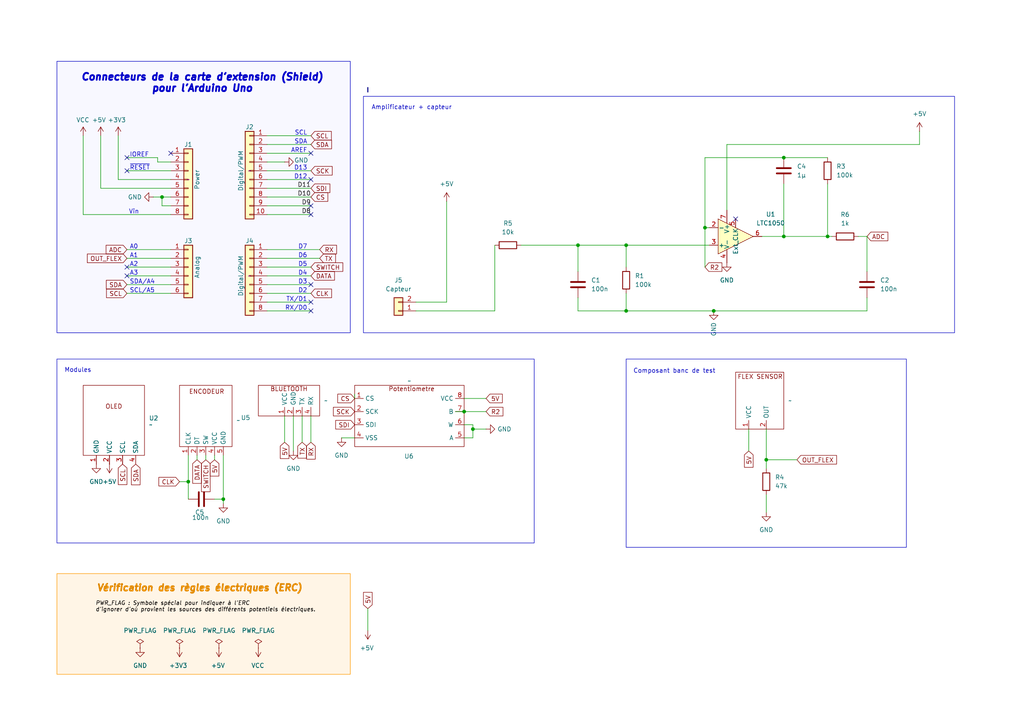
<source format=kicad_sch>
(kicad_sch
	(version 20250114)
	(generator "eeschema")
	(generator_version "9.0")
	(uuid "e63e39d7-6ac0-4ffd-8aa3-1841a4541b55")
	(paper "A4")
	(title_block
		(title "KiCad Shield UNO Capteur Graphite")
		(date "2025")
		(rev "1.0.0")
		(company "INSA Toulouse GP")
		(comment 1 "Rachele IFFRIG & Karine DANDY")
		(comment 4 "Réalisation d'une shield pour capteur graphite arduino")
	)
	(lib_symbols
		(symbol "Connector_Generic:Conn_01x02"
			(pin_names
				(offset 1.016)
				(hide yes)
			)
			(exclude_from_sim no)
			(in_bom yes)
			(on_board yes)
			(property "Reference" "J"
				(at 0 2.54 0)
				(effects
					(font
						(size 1.27 1.27)
					)
				)
			)
			(property "Value" "Conn_01x02"
				(at 0 -5.08 0)
				(effects
					(font
						(size 1.27 1.27)
					)
				)
			)
			(property "Footprint" ""
				(at 0 0 0)
				(effects
					(font
						(size 1.27 1.27)
					)
					(hide yes)
				)
			)
			(property "Datasheet" "~"
				(at 0 0 0)
				(effects
					(font
						(size 1.27 1.27)
					)
					(hide yes)
				)
			)
			(property "Description" "Generic connector, single row, 01x02, script generated (kicad-library-utils/schlib/autogen/connector/)"
				(at 0 0 0)
				(effects
					(font
						(size 1.27 1.27)
					)
					(hide yes)
				)
			)
			(property "ki_keywords" "connector"
				(at 0 0 0)
				(effects
					(font
						(size 1.27 1.27)
					)
					(hide yes)
				)
			)
			(property "ki_fp_filters" "Connector*:*_1x??_*"
				(at 0 0 0)
				(effects
					(font
						(size 1.27 1.27)
					)
					(hide yes)
				)
			)
			(symbol "Conn_01x02_1_1"
				(rectangle
					(start -1.27 1.27)
					(end 1.27 -3.81)
					(stroke
						(width 0.254)
						(type default)
					)
					(fill
						(type background)
					)
				)
				(rectangle
					(start -1.27 0.127)
					(end 0 -0.127)
					(stroke
						(width 0.1524)
						(type default)
					)
					(fill
						(type none)
					)
				)
				(rectangle
					(start -1.27 -2.413)
					(end 0 -2.667)
					(stroke
						(width 0.1524)
						(type default)
					)
					(fill
						(type none)
					)
				)
				(pin passive line
					(at -5.08 0 0)
					(length 3.81)
					(name "Pin_1"
						(effects
							(font
								(size 1.27 1.27)
							)
						)
					)
					(number "1"
						(effects
							(font
								(size 1.27 1.27)
							)
						)
					)
				)
				(pin passive line
					(at -5.08 -2.54 0)
					(length 3.81)
					(name "Pin_2"
						(effects
							(font
								(size 1.27 1.27)
							)
						)
					)
					(number "2"
						(effects
							(font
								(size 1.27 1.27)
							)
						)
					)
				)
			)
			(embedded_fonts no)
		)
		(symbol "Connector_Generic:Conn_01x06"
			(pin_names
				(offset 1.016)
				(hide yes)
			)
			(exclude_from_sim no)
			(in_bom yes)
			(on_board yes)
			(property "Reference" "J"
				(at 0 7.62 0)
				(effects
					(font
						(size 1.27 1.27)
					)
				)
			)
			(property "Value" "Conn_01x06"
				(at 0 -10.16 0)
				(effects
					(font
						(size 1.27 1.27)
					)
				)
			)
			(property "Footprint" ""
				(at 0 0 0)
				(effects
					(font
						(size 1.27 1.27)
					)
					(hide yes)
				)
			)
			(property "Datasheet" "~"
				(at 0 0 0)
				(effects
					(font
						(size 1.27 1.27)
					)
					(hide yes)
				)
			)
			(property "Description" "Generic connector, single row, 01x06, script generated (kicad-library-utils/schlib/autogen/connector/)"
				(at 0 0 0)
				(effects
					(font
						(size 1.27 1.27)
					)
					(hide yes)
				)
			)
			(property "ki_keywords" "connector"
				(at 0 0 0)
				(effects
					(font
						(size 1.27 1.27)
					)
					(hide yes)
				)
			)
			(property "ki_fp_filters" "Connector*:*_1x??_*"
				(at 0 0 0)
				(effects
					(font
						(size 1.27 1.27)
					)
					(hide yes)
				)
			)
			(symbol "Conn_01x06_1_1"
				(rectangle
					(start -1.27 6.35)
					(end 1.27 -8.89)
					(stroke
						(width 0.254)
						(type default)
					)
					(fill
						(type background)
					)
				)
				(rectangle
					(start -1.27 5.207)
					(end 0 4.953)
					(stroke
						(width 0.1524)
						(type default)
					)
					(fill
						(type none)
					)
				)
				(rectangle
					(start -1.27 2.667)
					(end 0 2.413)
					(stroke
						(width 0.1524)
						(type default)
					)
					(fill
						(type none)
					)
				)
				(rectangle
					(start -1.27 0.127)
					(end 0 -0.127)
					(stroke
						(width 0.1524)
						(type default)
					)
					(fill
						(type none)
					)
				)
				(rectangle
					(start -1.27 -2.413)
					(end 0 -2.667)
					(stroke
						(width 0.1524)
						(type default)
					)
					(fill
						(type none)
					)
				)
				(rectangle
					(start -1.27 -4.953)
					(end 0 -5.207)
					(stroke
						(width 0.1524)
						(type default)
					)
					(fill
						(type none)
					)
				)
				(rectangle
					(start -1.27 -7.493)
					(end 0 -7.747)
					(stroke
						(width 0.1524)
						(type default)
					)
					(fill
						(type none)
					)
				)
				(pin passive line
					(at -5.08 5.08 0)
					(length 3.81)
					(name "Pin_1"
						(effects
							(font
								(size 1.27 1.27)
							)
						)
					)
					(number "1"
						(effects
							(font
								(size 1.27 1.27)
							)
						)
					)
				)
				(pin passive line
					(at -5.08 2.54 0)
					(length 3.81)
					(name "Pin_2"
						(effects
							(font
								(size 1.27 1.27)
							)
						)
					)
					(number "2"
						(effects
							(font
								(size 1.27 1.27)
							)
						)
					)
				)
				(pin passive line
					(at -5.08 0 0)
					(length 3.81)
					(name "Pin_3"
						(effects
							(font
								(size 1.27 1.27)
							)
						)
					)
					(number "3"
						(effects
							(font
								(size 1.27 1.27)
							)
						)
					)
				)
				(pin passive line
					(at -5.08 -2.54 0)
					(length 3.81)
					(name "Pin_4"
						(effects
							(font
								(size 1.27 1.27)
							)
						)
					)
					(number "4"
						(effects
							(font
								(size 1.27 1.27)
							)
						)
					)
				)
				(pin passive line
					(at -5.08 -5.08 0)
					(length 3.81)
					(name "Pin_5"
						(effects
							(font
								(size 1.27 1.27)
							)
						)
					)
					(number "5"
						(effects
							(font
								(size 1.27 1.27)
							)
						)
					)
				)
				(pin passive line
					(at -5.08 -7.62 0)
					(length 3.81)
					(name "Pin_6"
						(effects
							(font
								(size 1.27 1.27)
							)
						)
					)
					(number "6"
						(effects
							(font
								(size 1.27 1.27)
							)
						)
					)
				)
			)
			(embedded_fonts no)
		)
		(symbol "Connector_Generic:Conn_01x08"
			(pin_names
				(offset 1.016)
				(hide yes)
			)
			(exclude_from_sim no)
			(in_bom yes)
			(on_board yes)
			(property "Reference" "J"
				(at 0 10.16 0)
				(effects
					(font
						(size 1.27 1.27)
					)
				)
			)
			(property "Value" "Conn_01x08"
				(at 0 -12.7 0)
				(effects
					(font
						(size 1.27 1.27)
					)
				)
			)
			(property "Footprint" ""
				(at 0 0 0)
				(effects
					(font
						(size 1.27 1.27)
					)
					(hide yes)
				)
			)
			(property "Datasheet" "~"
				(at 0 0 0)
				(effects
					(font
						(size 1.27 1.27)
					)
					(hide yes)
				)
			)
			(property "Description" "Generic connector, single row, 01x08, script generated (kicad-library-utils/schlib/autogen/connector/)"
				(at 0 0 0)
				(effects
					(font
						(size 1.27 1.27)
					)
					(hide yes)
				)
			)
			(property "ki_keywords" "connector"
				(at 0 0 0)
				(effects
					(font
						(size 1.27 1.27)
					)
					(hide yes)
				)
			)
			(property "ki_fp_filters" "Connector*:*_1x??_*"
				(at 0 0 0)
				(effects
					(font
						(size 1.27 1.27)
					)
					(hide yes)
				)
			)
			(symbol "Conn_01x08_1_1"
				(rectangle
					(start -1.27 8.89)
					(end 1.27 -11.43)
					(stroke
						(width 0.254)
						(type default)
					)
					(fill
						(type background)
					)
				)
				(rectangle
					(start -1.27 7.747)
					(end 0 7.493)
					(stroke
						(width 0.1524)
						(type default)
					)
					(fill
						(type none)
					)
				)
				(rectangle
					(start -1.27 5.207)
					(end 0 4.953)
					(stroke
						(width 0.1524)
						(type default)
					)
					(fill
						(type none)
					)
				)
				(rectangle
					(start -1.27 2.667)
					(end 0 2.413)
					(stroke
						(width 0.1524)
						(type default)
					)
					(fill
						(type none)
					)
				)
				(rectangle
					(start -1.27 0.127)
					(end 0 -0.127)
					(stroke
						(width 0.1524)
						(type default)
					)
					(fill
						(type none)
					)
				)
				(rectangle
					(start -1.27 -2.413)
					(end 0 -2.667)
					(stroke
						(width 0.1524)
						(type default)
					)
					(fill
						(type none)
					)
				)
				(rectangle
					(start -1.27 -4.953)
					(end 0 -5.207)
					(stroke
						(width 0.1524)
						(type default)
					)
					(fill
						(type none)
					)
				)
				(rectangle
					(start -1.27 -7.493)
					(end 0 -7.747)
					(stroke
						(width 0.1524)
						(type default)
					)
					(fill
						(type none)
					)
				)
				(rectangle
					(start -1.27 -10.033)
					(end 0 -10.287)
					(stroke
						(width 0.1524)
						(type default)
					)
					(fill
						(type none)
					)
				)
				(pin passive line
					(at -5.08 7.62 0)
					(length 3.81)
					(name "Pin_1"
						(effects
							(font
								(size 1.27 1.27)
							)
						)
					)
					(number "1"
						(effects
							(font
								(size 1.27 1.27)
							)
						)
					)
				)
				(pin passive line
					(at -5.08 5.08 0)
					(length 3.81)
					(name "Pin_2"
						(effects
							(font
								(size 1.27 1.27)
							)
						)
					)
					(number "2"
						(effects
							(font
								(size 1.27 1.27)
							)
						)
					)
				)
				(pin passive line
					(at -5.08 2.54 0)
					(length 3.81)
					(name "Pin_3"
						(effects
							(font
								(size 1.27 1.27)
							)
						)
					)
					(number "3"
						(effects
							(font
								(size 1.27 1.27)
							)
						)
					)
				)
				(pin passive line
					(at -5.08 0 0)
					(length 3.81)
					(name "Pin_4"
						(effects
							(font
								(size 1.27 1.27)
							)
						)
					)
					(number "4"
						(effects
							(font
								(size 1.27 1.27)
							)
						)
					)
				)
				(pin passive line
					(at -5.08 -2.54 0)
					(length 3.81)
					(name "Pin_5"
						(effects
							(font
								(size 1.27 1.27)
							)
						)
					)
					(number "5"
						(effects
							(font
								(size 1.27 1.27)
							)
						)
					)
				)
				(pin passive line
					(at -5.08 -5.08 0)
					(length 3.81)
					(name "Pin_6"
						(effects
							(font
								(size 1.27 1.27)
							)
						)
					)
					(number "6"
						(effects
							(font
								(size 1.27 1.27)
							)
						)
					)
				)
				(pin passive line
					(at -5.08 -7.62 0)
					(length 3.81)
					(name "Pin_7"
						(effects
							(font
								(size 1.27 1.27)
							)
						)
					)
					(number "7"
						(effects
							(font
								(size 1.27 1.27)
							)
						)
					)
				)
				(pin passive line
					(at -5.08 -10.16 0)
					(length 3.81)
					(name "Pin_8"
						(effects
							(font
								(size 1.27 1.27)
							)
						)
					)
					(number "8"
						(effects
							(font
								(size 1.27 1.27)
							)
						)
					)
				)
			)
			(embedded_fonts no)
		)
		(symbol "Connector_Generic:Conn_01x10"
			(pin_names
				(offset 1.016)
				(hide yes)
			)
			(exclude_from_sim no)
			(in_bom yes)
			(on_board yes)
			(property "Reference" "J"
				(at 0 12.7 0)
				(effects
					(font
						(size 1.27 1.27)
					)
				)
			)
			(property "Value" "Conn_01x10"
				(at 0 -15.24 0)
				(effects
					(font
						(size 1.27 1.27)
					)
				)
			)
			(property "Footprint" ""
				(at 0 0 0)
				(effects
					(font
						(size 1.27 1.27)
					)
					(hide yes)
				)
			)
			(property "Datasheet" "~"
				(at 0 0 0)
				(effects
					(font
						(size 1.27 1.27)
					)
					(hide yes)
				)
			)
			(property "Description" "Generic connector, single row, 01x10, script generated (kicad-library-utils/schlib/autogen/connector/)"
				(at 0 0 0)
				(effects
					(font
						(size 1.27 1.27)
					)
					(hide yes)
				)
			)
			(property "ki_keywords" "connector"
				(at 0 0 0)
				(effects
					(font
						(size 1.27 1.27)
					)
					(hide yes)
				)
			)
			(property "ki_fp_filters" "Connector*:*_1x??_*"
				(at 0 0 0)
				(effects
					(font
						(size 1.27 1.27)
					)
					(hide yes)
				)
			)
			(symbol "Conn_01x10_1_1"
				(rectangle
					(start -1.27 11.43)
					(end 1.27 -13.97)
					(stroke
						(width 0.254)
						(type default)
					)
					(fill
						(type background)
					)
				)
				(rectangle
					(start -1.27 10.287)
					(end 0 10.033)
					(stroke
						(width 0.1524)
						(type default)
					)
					(fill
						(type none)
					)
				)
				(rectangle
					(start -1.27 7.747)
					(end 0 7.493)
					(stroke
						(width 0.1524)
						(type default)
					)
					(fill
						(type none)
					)
				)
				(rectangle
					(start -1.27 5.207)
					(end 0 4.953)
					(stroke
						(width 0.1524)
						(type default)
					)
					(fill
						(type none)
					)
				)
				(rectangle
					(start -1.27 2.667)
					(end 0 2.413)
					(stroke
						(width 0.1524)
						(type default)
					)
					(fill
						(type none)
					)
				)
				(rectangle
					(start -1.27 0.127)
					(end 0 -0.127)
					(stroke
						(width 0.1524)
						(type default)
					)
					(fill
						(type none)
					)
				)
				(rectangle
					(start -1.27 -2.413)
					(end 0 -2.667)
					(stroke
						(width 0.1524)
						(type default)
					)
					(fill
						(type none)
					)
				)
				(rectangle
					(start -1.27 -4.953)
					(end 0 -5.207)
					(stroke
						(width 0.1524)
						(type default)
					)
					(fill
						(type none)
					)
				)
				(rectangle
					(start -1.27 -7.493)
					(end 0 -7.747)
					(stroke
						(width 0.1524)
						(type default)
					)
					(fill
						(type none)
					)
				)
				(rectangle
					(start -1.27 -10.033)
					(end 0 -10.287)
					(stroke
						(width 0.1524)
						(type default)
					)
					(fill
						(type none)
					)
				)
				(rectangle
					(start -1.27 -12.573)
					(end 0 -12.827)
					(stroke
						(width 0.1524)
						(type default)
					)
					(fill
						(type none)
					)
				)
				(pin passive line
					(at -5.08 10.16 0)
					(length 3.81)
					(name "Pin_1"
						(effects
							(font
								(size 1.27 1.27)
							)
						)
					)
					(number "1"
						(effects
							(font
								(size 1.27 1.27)
							)
						)
					)
				)
				(pin passive line
					(at -5.08 7.62 0)
					(length 3.81)
					(name "Pin_2"
						(effects
							(font
								(size 1.27 1.27)
							)
						)
					)
					(number "2"
						(effects
							(font
								(size 1.27 1.27)
							)
						)
					)
				)
				(pin passive line
					(at -5.08 5.08 0)
					(length 3.81)
					(name "Pin_3"
						(effects
							(font
								(size 1.27 1.27)
							)
						)
					)
					(number "3"
						(effects
							(font
								(size 1.27 1.27)
							)
						)
					)
				)
				(pin passive line
					(at -5.08 2.54 0)
					(length 3.81)
					(name "Pin_4"
						(effects
							(font
								(size 1.27 1.27)
							)
						)
					)
					(number "4"
						(effects
							(font
								(size 1.27 1.27)
							)
						)
					)
				)
				(pin passive line
					(at -5.08 0 0)
					(length 3.81)
					(name "Pin_5"
						(effects
							(font
								(size 1.27 1.27)
							)
						)
					)
					(number "5"
						(effects
							(font
								(size 1.27 1.27)
							)
						)
					)
				)
				(pin passive line
					(at -5.08 -2.54 0)
					(length 3.81)
					(name "Pin_6"
						(effects
							(font
								(size 1.27 1.27)
							)
						)
					)
					(number "6"
						(effects
							(font
								(size 1.27 1.27)
							)
						)
					)
				)
				(pin passive line
					(at -5.08 -5.08 0)
					(length 3.81)
					(name "Pin_7"
						(effects
							(font
								(size 1.27 1.27)
							)
						)
					)
					(number "7"
						(effects
							(font
								(size 1.27 1.27)
							)
						)
					)
				)
				(pin passive line
					(at -5.08 -7.62 0)
					(length 3.81)
					(name "Pin_8"
						(effects
							(font
								(size 1.27 1.27)
							)
						)
					)
					(number "8"
						(effects
							(font
								(size 1.27 1.27)
							)
						)
					)
				)
				(pin passive line
					(at -5.08 -10.16 0)
					(length 3.81)
					(name "Pin_9"
						(effects
							(font
								(size 1.27 1.27)
							)
						)
					)
					(number "9"
						(effects
							(font
								(size 1.27 1.27)
							)
						)
					)
				)
				(pin passive line
					(at -5.08 -12.7 0)
					(length 3.81)
					(name "Pin_10"
						(effects
							(font
								(size 1.27 1.27)
							)
						)
					)
					(number "10"
						(effects
							(font
								(size 1.27 1.27)
							)
						)
					)
				)
			)
			(embedded_fonts no)
		)
		(symbol "Device:C"
			(pin_numbers
				(hide yes)
			)
			(pin_names
				(offset 0.254)
			)
			(exclude_from_sim no)
			(in_bom yes)
			(on_board yes)
			(property "Reference" "C"
				(at 0.635 2.54 0)
				(effects
					(font
						(size 1.27 1.27)
					)
					(justify left)
				)
			)
			(property "Value" "C"
				(at 0.635 -2.54 0)
				(effects
					(font
						(size 1.27 1.27)
					)
					(justify left)
				)
			)
			(property "Footprint" ""
				(at 0.9652 -3.81 0)
				(effects
					(font
						(size 1.27 1.27)
					)
					(hide yes)
				)
			)
			(property "Datasheet" "~"
				(at 0 0 0)
				(effects
					(font
						(size 1.27 1.27)
					)
					(hide yes)
				)
			)
			(property "Description" "Unpolarized capacitor"
				(at 0 0 0)
				(effects
					(font
						(size 1.27 1.27)
					)
					(hide yes)
				)
			)
			(property "ki_keywords" "cap capacitor"
				(at 0 0 0)
				(effects
					(font
						(size 1.27 1.27)
					)
					(hide yes)
				)
			)
			(property "ki_fp_filters" "C_*"
				(at 0 0 0)
				(effects
					(font
						(size 1.27 1.27)
					)
					(hide yes)
				)
			)
			(symbol "C_0_1"
				(polyline
					(pts
						(xy -2.032 0.762) (xy 2.032 0.762)
					)
					(stroke
						(width 0.508)
						(type default)
					)
					(fill
						(type none)
					)
				)
				(polyline
					(pts
						(xy -2.032 -0.762) (xy 2.032 -0.762)
					)
					(stroke
						(width 0.508)
						(type default)
					)
					(fill
						(type none)
					)
				)
			)
			(symbol "C_1_1"
				(pin passive line
					(at 0 3.81 270)
					(length 2.794)
					(name "~"
						(effects
							(font
								(size 1.27 1.27)
							)
						)
					)
					(number "1"
						(effects
							(font
								(size 1.27 1.27)
							)
						)
					)
				)
				(pin passive line
					(at 0 -3.81 90)
					(length 2.794)
					(name "~"
						(effects
							(font
								(size 1.27 1.27)
							)
						)
					)
					(number "2"
						(effects
							(font
								(size 1.27 1.27)
							)
						)
					)
				)
			)
			(embedded_fonts no)
		)
		(symbol "Device:R"
			(pin_numbers
				(hide yes)
			)
			(pin_names
				(offset 0)
			)
			(exclude_from_sim no)
			(in_bom yes)
			(on_board yes)
			(property "Reference" "R"
				(at 2.032 0 90)
				(effects
					(font
						(size 1.27 1.27)
					)
				)
			)
			(property "Value" "R"
				(at 0 0 90)
				(effects
					(font
						(size 1.27 1.27)
					)
				)
			)
			(property "Footprint" ""
				(at -1.778 0 90)
				(effects
					(font
						(size 1.27 1.27)
					)
					(hide yes)
				)
			)
			(property "Datasheet" "~"
				(at 0 0 0)
				(effects
					(font
						(size 1.27 1.27)
					)
					(hide yes)
				)
			)
			(property "Description" "Resistor"
				(at 0 0 0)
				(effects
					(font
						(size 1.27 1.27)
					)
					(hide yes)
				)
			)
			(property "ki_keywords" "R res resistor"
				(at 0 0 0)
				(effects
					(font
						(size 1.27 1.27)
					)
					(hide yes)
				)
			)
			(property "ki_fp_filters" "R_*"
				(at 0 0 0)
				(effects
					(font
						(size 1.27 1.27)
					)
					(hide yes)
				)
			)
			(symbol "R_0_1"
				(rectangle
					(start -1.016 -2.54)
					(end 1.016 2.54)
					(stroke
						(width 0.254)
						(type default)
					)
					(fill
						(type none)
					)
				)
			)
			(symbol "R_1_1"
				(pin passive line
					(at 0 3.81 270)
					(length 1.27)
					(name "~"
						(effects
							(font
								(size 1.27 1.27)
							)
						)
					)
					(number "1"
						(effects
							(font
								(size 1.27 1.27)
							)
						)
					)
				)
				(pin passive line
					(at 0 -3.81 90)
					(length 1.27)
					(name "~"
						(effects
							(font
								(size 1.27 1.27)
							)
						)
					)
					(number "2"
						(effects
							(font
								(size 1.27 1.27)
							)
						)
					)
				)
			)
			(embedded_fonts no)
		)
		(symbol "MaLibOK:BLUETOOTH"
			(exclude_from_sim no)
			(in_bom yes)
			(on_board yes)
			(property "Reference" "U"
				(at 0 0 0)
				(effects
					(font
						(size 1.27 1.27)
					)
					(hide yes)
				)
			)
			(property "Value" ""
				(at 0 0 0)
				(effects
					(font
						(size 1.27 1.27)
					)
				)
			)
			(property "Footprint" ""
				(at 0 0 0)
				(effects
					(font
						(size 1.27 1.27)
					)
					(hide yes)
				)
			)
			(property "Datasheet" ""
				(at 0 0 0)
				(effects
					(font
						(size 1.27 1.27)
					)
					(hide yes)
				)
			)
			(property "Description" ""
				(at 0 0 0)
				(effects
					(font
						(size 1.27 1.27)
					)
					(hide yes)
				)
			)
			(symbol "BLUETOOTH_0_1"
				(rectangle
					(start -7.62 8.89)
					(end 10.16 0)
					(stroke
						(width 0)
						(type default)
					)
					(fill
						(type none)
					)
				)
			)
			(symbol "BLUETOOTH_1_0"
				(pin input line
					(at 7.62 0 90)
					(length 2.54)
					(name "RX"
						(effects
							(font
								(size 1.27 1.27)
							)
						)
					)
					(number "4"
						(effects
							(font
								(size 1.27 1.27)
							)
						)
					)
				)
			)
			(symbol "BLUETOOTH_1_1"
				(text "BLUETOOTH"
					(at 1.27 7.874 0)
					(effects
						(font
							(size 1.27 1.27)
						)
					)
				)
				(pin input line
					(at 0 0 90)
					(length 2.54)
					(name "VCC"
						(effects
							(font
								(size 1.27 1.27)
							)
						)
					)
					(number "1"
						(effects
							(font
								(size 1.27 1.27)
							)
						)
					)
				)
				(pin input line
					(at 2.54 0 90)
					(length 2.54)
					(name "GND"
						(effects
							(font
								(size 1.27 1.27)
							)
						)
					)
					(number "2"
						(effects
							(font
								(size 1.27 1.27)
							)
						)
					)
				)
				(pin output line
					(at 5.08 0 90)
					(length 2.54)
					(name "TX"
						(effects
							(font
								(size 1.27 1.27)
							)
						)
					)
					(number "3"
						(effects
							(font
								(size 1.27 1.27)
							)
						)
					)
				)
			)
			(embedded_fonts no)
		)
		(symbol "MaLibOK:ENCODEUR"
			(exclude_from_sim no)
			(in_bom yes)
			(on_board yes)
			(property "Reference" "U2"
				(at 0 0 0)
				(effects
					(font
						(size 1.27 1.27)
					)
				)
			)
			(property "Value" ""
				(at 0 0 0)
				(effects
					(font
						(size 1.27 1.27)
					)
				)
			)
			(property "Footprint" ""
				(at 0 0 0)
				(effects
					(font
						(size 1.27 1.27)
					)
					(hide yes)
				)
			)
			(property "Datasheet" ""
				(at 0 0 0)
				(effects
					(font
						(size 1.27 1.27)
					)
					(hide yes)
				)
			)
			(property "Description" ""
				(at 0 0 0)
				(effects
					(font
						(size 1.27 1.27)
					)
					(hide yes)
				)
			)
			(symbol "ENCODEUR_0_1"
				(rectangle
					(start 0 8.89)
					(end 15.24 -8.89)
					(stroke
						(width 0)
						(type default)
					)
					(fill
						(type none)
					)
				)
			)
			(symbol "ENCODEUR_1_1"
				(text "ENCODEUR"
					(at 7.874 7.112 0)
					(effects
						(font
							(size 1.27 1.27)
						)
					)
				)
				(pin input line
					(at 2.54 -11.43 90)
					(length 2.54)
					(name "CLK"
						(effects
							(font
								(size 1.27 1.27)
							)
						)
					)
					(number "1"
						(effects
							(font
								(size 1.27 1.27)
							)
						)
					)
				)
				(pin input line
					(at 5.08 -11.43 90)
					(length 2.54)
					(name "DT"
						(effects
							(font
								(size 1.27 1.27)
							)
						)
					)
					(number "2"
						(effects
							(font
								(size 1.27 1.27)
							)
						)
					)
				)
				(pin input line
					(at 7.62 -11.43 90)
					(length 2.54)
					(name "SW"
						(effects
							(font
								(size 1.27 1.27)
							)
						)
					)
					(number "3"
						(effects
							(font
								(size 1.27 1.27)
							)
						)
					)
				)
				(pin input line
					(at 10.16 -11.43 90)
					(length 2.54)
					(name "VCC"
						(effects
							(font
								(size 1.27 1.27)
							)
						)
					)
					(number "4"
						(effects
							(font
								(size 1.27 1.27)
							)
						)
					)
				)
				(pin input line
					(at 12.7 -11.43 90)
					(length 2.54)
					(name "GND"
						(effects
							(font
								(size 1.27 1.27)
							)
						)
					)
					(number "5"
						(effects
							(font
								(size 1.27 1.27)
							)
						)
					)
				)
			)
			(embedded_fonts no)
		)
		(symbol "MaLibOK:FLEX_SENSOR"
			(exclude_from_sim no)
			(in_bom yes)
			(on_board yes)
			(property "Reference" "U3"
				(at 1.27 -6.35 0)
				(effects
					(font
						(size 1.27 1.27)
					)
					(hide yes)
				)
			)
			(property "Value" "~"
				(at 8.89 1.905 0)
				(effects
					(font
						(size 1.27 1.27)
					)
					(justify left)
				)
			)
			(property "Footprint" "MaLibEmpreinte:Flex sensor"
				(at 0 0 0)
				(effects
					(font
						(size 1.27 1.27)
					)
					(hide yes)
				)
			)
			(property "Datasheet" ""
				(at 0 0 0)
				(effects
					(font
						(size 1.27 1.27)
					)
					(hide yes)
				)
			)
			(property "Description" ""
				(at 0 0 0)
				(effects
					(font
						(size 1.27 1.27)
					)
					(hide yes)
				)
			)
			(symbol "FLEX_SENSOR_0_1"
				(rectangle
					(start -6.35 10.16)
					(end 7.62 -6.35)
					(stroke
						(width 0)
						(type default)
					)
					(fill
						(type none)
					)
				)
			)
			(symbol "FLEX_SENSOR_1_1"
				(text "FLEX SENSOR"
					(at 0.762 8.89 0)
					(effects
						(font
							(size 1.27 1.27)
						)
					)
				)
				(pin input line
					(at -2.54 -6.35 90)
					(length 2.54)
					(name "VCC"
						(effects
							(font
								(size 1.27 1.27)
							)
						)
					)
					(number "1"
						(effects
							(font
								(size 1.27 1.27)
							)
						)
					)
				)
				(pin input line
					(at 2.54 -6.35 90)
					(length 2.54)
					(name "OUT"
						(effects
							(font
								(size 1.27 1.27)
							)
						)
					)
					(number "2"
						(effects
							(font
								(size 1.27 1.27)
							)
						)
					)
				)
			)
			(embedded_fonts no)
		)
		(symbol "MaLibOK:OLED"
			(exclude_from_sim no)
			(in_bom yes)
			(on_board yes)
			(property "Reference" "U3"
				(at 0 0 0)
				(effects
					(font
						(size 1.27 1.27)
					)
				)
			)
			(property "Value" ""
				(at 0 0 0)
				(effects
					(font
						(size 1.27 1.27)
					)
				)
			)
			(property "Footprint" ""
				(at 0 0 0)
				(effects
					(font
						(size 1.27 1.27)
					)
					(hide yes)
				)
			)
			(property "Datasheet" ""
				(at 0 0 0)
				(effects
					(font
						(size 1.27 1.27)
					)
					(hide yes)
				)
			)
			(property "Description" ""
				(at 0 0 0)
				(effects
					(font
						(size 1.27 1.27)
					)
					(hide yes)
				)
			)
			(symbol "OLED_0_1"
				(rectangle
					(start -8.89 13.97)
					(end 8.89 -6.35)
					(stroke
						(width 0)
						(type default)
					)
					(fill
						(type none)
					)
				)
			)
			(symbol "OLED_1_1"
				(text "OLED"
					(at 0 7.874 0)
					(effects
						(font
							(size 1.27 1.27)
						)
					)
				)
				(pin input line
					(at -5.08 -8.89 90)
					(length 2.54)
					(name "GND"
						(effects
							(font
								(size 1.27 1.27)
							)
						)
					)
					(number "1"
						(effects
							(font
								(size 1.27 1.27)
							)
						)
					)
				)
				(pin input line
					(at -1.27 -8.89 90)
					(length 2.54)
					(name "VCC"
						(effects
							(font
								(size 1.27 1.27)
							)
						)
					)
					(number "2"
						(effects
							(font
								(size 1.27 1.27)
							)
						)
					)
				)
				(pin input line
					(at 2.54 -8.89 90)
					(length 2.54)
					(name "SCL"
						(effects
							(font
								(size 1.27 1.27)
							)
						)
					)
					(number "3"
						(effects
							(font
								(size 1.27 1.27)
							)
						)
					)
				)
				(pin input line
					(at 6.35 -8.89 90)
					(length 2.54)
					(name "SDA"
						(effects
							(font
								(size 1.27 1.27)
							)
						)
					)
					(number "4"
						(effects
							(font
								(size 1.27 1.27)
							)
						)
					)
				)
			)
			(embedded_fonts no)
		)
		(symbol "MaLibOK:Potentiometre"
			(exclude_from_sim no)
			(in_bom yes)
			(on_board yes)
			(property "Reference" "U5"
				(at 0 -7.62 0)
				(effects
					(font
						(size 1.27 1.27)
					)
				)
			)
			(property "Value" ""
				(at 0 0 0)
				(effects
					(font
						(size 1.27 1.27)
					)
				)
			)
			(property "Footprint" ""
				(at 0 0 0)
				(effects
					(font
						(size 1.27 1.27)
					)
					(hide yes)
				)
			)
			(property "Datasheet" ""
				(at 0 0 0)
				(effects
					(font
						(size 1.27 1.27)
					)
					(hide yes)
				)
			)
			(property "Description" ""
				(at 0 0 0)
				(effects
					(font
						(size 1.27 1.27)
					)
					(hide yes)
				)
			)
			(symbol "Potentiometre_0_1"
				(rectangle
					(start -16.51 10.16)
					(end 15.24 -7.62)
					(stroke
						(width 0)
						(type default)
					)
					(fill
						(type none)
					)
				)
			)
			(symbol "Potentiometre_1_0"
				(pin input line
					(at -16.51 -5.08 0)
					(length 2.54)
					(name "VSS"
						(effects
							(font
								(size 1.27 1.27)
							)
						)
					)
					(number "4"
						(effects
							(font
								(size 1.27 1.27)
							)
						)
					)
				)
				(pin input line
					(at 15.24 6.35 180)
					(length 2.54)
					(name "VCC"
						(effects
							(font
								(size 1.27 1.27)
							)
						)
					)
					(number "8"
						(effects
							(font
								(size 1.27 1.27)
							)
						)
					)
				)
				(pin input line
					(at 15.24 2.54 180)
					(length 2.54)
					(name "B"
						(effects
							(font
								(size 1.27 1.27)
							)
						)
					)
					(number "7"
						(effects
							(font
								(size 1.27 1.27)
							)
						)
					)
				)
				(pin input line
					(at 15.24 -1.27 180)
					(length 2.54)
					(name "W"
						(effects
							(font
								(size 1.27 1.27)
							)
						)
					)
					(number "6"
						(effects
							(font
								(size 1.27 1.27)
							)
						)
					)
				)
				(pin input line
					(at 15.24 -5.08 180)
					(length 2.54)
					(name "A"
						(effects
							(font
								(size 1.27 1.27)
							)
						)
					)
					(number "5"
						(effects
							(font
								(size 1.27 1.27)
							)
						)
					)
				)
			)
			(symbol "Potentiometre_1_1"
				(text "Potentiometre\n"
					(at 0 9.144 0)
					(effects
						(font
							(size 1.27 1.27)
						)
					)
				)
				(pin input line
					(at -16.51 6.35 0)
					(length 2.54)
					(name "CS"
						(effects
							(font
								(size 1.27 1.27)
							)
						)
					)
					(number "1"
						(effects
							(font
								(size 1.27 1.27)
							)
						)
					)
				)
				(pin input line
					(at -16.51 2.54 0)
					(length 2.54)
					(name "SCK"
						(effects
							(font
								(size 1.27 1.27)
							)
						)
					)
					(number "2"
						(effects
							(font
								(size 1.27 1.27)
							)
						)
					)
				)
				(pin input line
					(at -16.51 -1.27 0)
					(length 2.54)
					(name "SDI"
						(effects
							(font
								(size 1.27 1.27)
							)
						)
					)
					(number "3"
						(effects
							(font
								(size 1.27 1.27)
							)
						)
					)
				)
			)
			(embedded_fonts no)
		)
		(symbol "Ma_Library_SHield:LTC1050"
			(pin_names
				(offset 0.127)
			)
			(exclude_from_sim no)
			(in_bom yes)
			(on_board yes)
			(property "Reference" "U"
				(at 2.54 5.08 0)
				(effects
					(font
						(size 1.27 1.27)
					)
				)
			)
			(property "Value" "LTC1050"
				(at 7.62 2.54 0)
				(effects
					(font
						(size 1.27 1.27)
					)
				)
			)
			(property "Footprint" "Package_SO:MSOP-8_3x3mm_P0.65mm"
				(at -0.762 -25.908 0)
				(effects
					(font
						(size 1.27 1.27)
					)
					(hide yes)
				)
			)
			(property "Datasheet" "https://www.analog.com/media/en/technical-documentation/data-sheets/OP1177_2177_4177.pdf"
				(at 2.794 -23.368 0)
				(effects
					(font
						(size 1.27 1.27)
					)
					(hide yes)
				)
			)
			(property "Description" "Precision Low Noise, Low Input Bias Current Operational Amplifier, MSOP-8"
				(at -0.508 -20.066 0)
				(effects
					(font
						(size 1.27 1.27)
					)
					(hide yes)
				)
			)
			(property "ki_keywords" "single operational amplifier"
				(at 0 0 0)
				(effects
					(font
						(size 1.27 1.27)
					)
					(hide yes)
				)
			)
			(property "ki_fp_filters" "MSOP*3x3mm*P0.65mm*"
				(at 0 0 0)
				(effects
					(font
						(size 1.27 1.27)
					)
					(hide yes)
				)
			)
			(symbol "LTC1050_0_1"
				(polyline
					(pts
						(xy -5.08 5.08) (xy -5.08 -5.08) (xy 5.08 0) (xy -5.08 5.08)
					)
					(stroke
						(width 0)
						(type default)
					)
					(fill
						(type background)
					)
				)
			)
			(symbol "LTC1050_1_1"
				(pin input line
					(at -7.62 2.54 0)
					(length 2.54)
					(name "-"
						(effects
							(font
								(size 1.27 1.27)
							)
						)
					)
					(number "2"
						(effects
							(font
								(size 1.27 1.27)
							)
						)
					)
				)
				(pin input line
					(at -7.62 -2.54 0)
					(length 2.54)
					(name "+"
						(effects
							(font
								(size 1.27 1.27)
							)
						)
					)
					(number "3"
						(effects
							(font
								(size 1.27 1.27)
							)
						)
					)
				)
				(pin no_connect line
					(at -5.08 0 0)
					(length 3.81)
					(hide yes)
					(name "NC"
						(effects
							(font
								(size 1.27 1.27)
							)
						)
					)
					(number "1"
						(effects
							(font
								(size 1.27 1.27)
							)
						)
					)
				)
				(pin power_in line
					(at -2.54 7.62 270)
					(length 3.81)
					(name "V+"
						(effects
							(font
								(size 1.27 1.27)
							)
						)
					)
					(number "7"
						(effects
							(font
								(size 1.27 1.27)
							)
						)
					)
				)
				(pin power_in line
					(at -2.54 -7.62 90)
					(length 3.81)
					(name "V-"
						(effects
							(font
								(size 1.27 1.27)
							)
						)
					)
					(number "4"
						(effects
							(font
								(size 1.27 1.27)
							)
						)
					)
				)
				(pin input line
					(at 0 5.08 270)
					(length 2.54)
					(name "Ext_CLK"
						(effects
							(font
								(size 1.27 1.27)
							)
						)
					)
					(number "5"
						(effects
							(font
								(size 1.27 1.27)
							)
						)
					)
				)
				(pin no_connect line
					(at 0 2.54 270)
					(length 3.81)
					(hide yes)
					(name "NC"
						(effects
							(font
								(size 1.27 1.27)
							)
						)
					)
					(number "8"
						(effects
							(font
								(size 1.27 1.27)
							)
						)
					)
				)
				(pin output line
					(at 7.62 0 180)
					(length 2.54)
					(name "~"
						(effects
							(font
								(size 1.27 1.27)
							)
						)
					)
					(number "6"
						(effects
							(font
								(size 1.27 1.27)
							)
						)
					)
				)
			)
			(embedded_fonts no)
		)
		(symbol "power:+3V3"
			(power)
			(pin_numbers
				(hide yes)
			)
			(pin_names
				(offset 0)
				(hide yes)
			)
			(exclude_from_sim no)
			(in_bom yes)
			(on_board yes)
			(property "Reference" "#PWR"
				(at 0 -3.81 0)
				(effects
					(font
						(size 1.27 1.27)
					)
					(hide yes)
				)
			)
			(property "Value" "+3V3"
				(at 0 3.556 0)
				(effects
					(font
						(size 1.27 1.27)
					)
				)
			)
			(property "Footprint" ""
				(at 0 0 0)
				(effects
					(font
						(size 1.27 1.27)
					)
					(hide yes)
				)
			)
			(property "Datasheet" ""
				(at 0 0 0)
				(effects
					(font
						(size 1.27 1.27)
					)
					(hide yes)
				)
			)
			(property "Description" "Power symbol creates a global label with name \"+3V3\""
				(at 0 0 0)
				(effects
					(font
						(size 1.27 1.27)
					)
					(hide yes)
				)
			)
			(property "ki_keywords" "global power"
				(at 0 0 0)
				(effects
					(font
						(size 1.27 1.27)
					)
					(hide yes)
				)
			)
			(symbol "+3V3_0_1"
				(polyline
					(pts
						(xy -0.762 1.27) (xy 0 2.54)
					)
					(stroke
						(width 0)
						(type default)
					)
					(fill
						(type none)
					)
				)
				(polyline
					(pts
						(xy 0 2.54) (xy 0.762 1.27)
					)
					(stroke
						(width 0)
						(type default)
					)
					(fill
						(type none)
					)
				)
				(polyline
					(pts
						(xy 0 0) (xy 0 2.54)
					)
					(stroke
						(width 0)
						(type default)
					)
					(fill
						(type none)
					)
				)
			)
			(symbol "+3V3_1_1"
				(pin power_in line
					(at 0 0 90)
					(length 0)
					(name "~"
						(effects
							(font
								(size 1.27 1.27)
							)
						)
					)
					(number "1"
						(effects
							(font
								(size 1.27 1.27)
							)
						)
					)
				)
			)
			(embedded_fonts no)
		)
		(symbol "power:+5V"
			(power)
			(pin_numbers
				(hide yes)
			)
			(pin_names
				(offset 0)
				(hide yes)
			)
			(exclude_from_sim no)
			(in_bom yes)
			(on_board yes)
			(property "Reference" "#PWR"
				(at 0 -3.81 0)
				(effects
					(font
						(size 1.27 1.27)
					)
					(hide yes)
				)
			)
			(property "Value" "+5V"
				(at 0 3.556 0)
				(effects
					(font
						(size 1.27 1.27)
					)
				)
			)
			(property "Footprint" ""
				(at 0 0 0)
				(effects
					(font
						(size 1.27 1.27)
					)
					(hide yes)
				)
			)
			(property "Datasheet" ""
				(at 0 0 0)
				(effects
					(font
						(size 1.27 1.27)
					)
					(hide yes)
				)
			)
			(property "Description" "Power symbol creates a global label with name \"+5V\""
				(at 0 0 0)
				(effects
					(font
						(size 1.27 1.27)
					)
					(hide yes)
				)
			)
			(property "ki_keywords" "global power"
				(at 0 0 0)
				(effects
					(font
						(size 1.27 1.27)
					)
					(hide yes)
				)
			)
			(symbol "+5V_0_1"
				(polyline
					(pts
						(xy -0.762 1.27) (xy 0 2.54)
					)
					(stroke
						(width 0)
						(type default)
					)
					(fill
						(type none)
					)
				)
				(polyline
					(pts
						(xy 0 2.54) (xy 0.762 1.27)
					)
					(stroke
						(width 0)
						(type default)
					)
					(fill
						(type none)
					)
				)
				(polyline
					(pts
						(xy 0 0) (xy 0 2.54)
					)
					(stroke
						(width 0)
						(type default)
					)
					(fill
						(type none)
					)
				)
			)
			(symbol "+5V_1_1"
				(pin power_in line
					(at 0 0 90)
					(length 0)
					(name "~"
						(effects
							(font
								(size 1.27 1.27)
							)
						)
					)
					(number "1"
						(effects
							(font
								(size 1.27 1.27)
							)
						)
					)
				)
			)
			(embedded_fonts no)
		)
		(symbol "power:GND"
			(power)
			(pin_numbers
				(hide yes)
			)
			(pin_names
				(offset 0)
				(hide yes)
			)
			(exclude_from_sim no)
			(in_bom yes)
			(on_board yes)
			(property "Reference" "#PWR"
				(at 0 -6.35 0)
				(effects
					(font
						(size 1.27 1.27)
					)
					(hide yes)
				)
			)
			(property "Value" "GND"
				(at 0 -3.81 0)
				(effects
					(font
						(size 1.27 1.27)
					)
				)
			)
			(property "Footprint" ""
				(at 0 0 0)
				(effects
					(font
						(size 1.27 1.27)
					)
					(hide yes)
				)
			)
			(property "Datasheet" ""
				(at 0 0 0)
				(effects
					(font
						(size 1.27 1.27)
					)
					(hide yes)
				)
			)
			(property "Description" "Power symbol creates a global label with name \"GND\" , ground"
				(at 0 0 0)
				(effects
					(font
						(size 1.27 1.27)
					)
					(hide yes)
				)
			)
			(property "ki_keywords" "global power"
				(at 0 0 0)
				(effects
					(font
						(size 1.27 1.27)
					)
					(hide yes)
				)
			)
			(symbol "GND_0_1"
				(polyline
					(pts
						(xy 0 0) (xy 0 -1.27) (xy 1.27 -1.27) (xy 0 -2.54) (xy -1.27 -1.27) (xy 0 -1.27)
					)
					(stroke
						(width 0)
						(type default)
					)
					(fill
						(type none)
					)
				)
			)
			(symbol "GND_1_1"
				(pin power_in line
					(at 0 0 270)
					(length 0)
					(name "~"
						(effects
							(font
								(size 1.27 1.27)
							)
						)
					)
					(number "1"
						(effects
							(font
								(size 1.27 1.27)
							)
						)
					)
				)
			)
			(embedded_fonts no)
		)
		(symbol "power:PWR_FLAG"
			(power)
			(pin_numbers
				(hide yes)
			)
			(pin_names
				(offset 0)
				(hide yes)
			)
			(exclude_from_sim no)
			(in_bom yes)
			(on_board yes)
			(property "Reference" "#FLG"
				(at 0 1.905 0)
				(effects
					(font
						(size 1.27 1.27)
					)
					(hide yes)
				)
			)
			(property "Value" "PWR_FLAG"
				(at 0 3.81 0)
				(effects
					(font
						(size 1.27 1.27)
					)
				)
			)
			(property "Footprint" ""
				(at 0 0 0)
				(effects
					(font
						(size 1.27 1.27)
					)
					(hide yes)
				)
			)
			(property "Datasheet" "~"
				(at 0 0 0)
				(effects
					(font
						(size 1.27 1.27)
					)
					(hide yes)
				)
			)
			(property "Description" "Special symbol for telling ERC where power comes from"
				(at 0 0 0)
				(effects
					(font
						(size 1.27 1.27)
					)
					(hide yes)
				)
			)
			(property "ki_keywords" "flag power"
				(at 0 0 0)
				(effects
					(font
						(size 1.27 1.27)
					)
					(hide yes)
				)
			)
			(symbol "PWR_FLAG_0_0"
				(pin power_out line
					(at 0 0 90)
					(length 0)
					(name "~"
						(effects
							(font
								(size 1.27 1.27)
							)
						)
					)
					(number "1"
						(effects
							(font
								(size 1.27 1.27)
							)
						)
					)
				)
			)
			(symbol "PWR_FLAG_0_1"
				(polyline
					(pts
						(xy 0 0) (xy 0 1.27) (xy -1.016 1.905) (xy 0 2.54) (xy 1.016 1.905) (xy 0 1.27)
					)
					(stroke
						(width 0)
						(type default)
					)
					(fill
						(type none)
					)
				)
			)
			(embedded_fonts no)
		)
		(symbol "power:VCC"
			(power)
			(pin_numbers
				(hide yes)
			)
			(pin_names
				(offset 0)
				(hide yes)
			)
			(exclude_from_sim no)
			(in_bom yes)
			(on_board yes)
			(property "Reference" "#PWR"
				(at 0 -3.81 0)
				(effects
					(font
						(size 1.27 1.27)
					)
					(hide yes)
				)
			)
			(property "Value" "VCC"
				(at 0 3.556 0)
				(effects
					(font
						(size 1.27 1.27)
					)
				)
			)
			(property "Footprint" ""
				(at 0 0 0)
				(effects
					(font
						(size 1.27 1.27)
					)
					(hide yes)
				)
			)
			(property "Datasheet" ""
				(at 0 0 0)
				(effects
					(font
						(size 1.27 1.27)
					)
					(hide yes)
				)
			)
			(property "Description" "Power symbol creates a global label with name \"VCC\""
				(at 0 0 0)
				(effects
					(font
						(size 1.27 1.27)
					)
					(hide yes)
				)
			)
			(property "ki_keywords" "global power"
				(at 0 0 0)
				(effects
					(font
						(size 1.27 1.27)
					)
					(hide yes)
				)
			)
			(symbol "VCC_0_1"
				(polyline
					(pts
						(xy -0.762 1.27) (xy 0 2.54)
					)
					(stroke
						(width 0)
						(type default)
					)
					(fill
						(type none)
					)
				)
				(polyline
					(pts
						(xy 0 2.54) (xy 0.762 1.27)
					)
					(stroke
						(width 0)
						(type default)
					)
					(fill
						(type none)
					)
				)
				(polyline
					(pts
						(xy 0 0) (xy 0 2.54)
					)
					(stroke
						(width 0)
						(type default)
					)
					(fill
						(type none)
					)
				)
			)
			(symbol "VCC_1_1"
				(pin power_in line
					(at 0 0 90)
					(length 0)
					(name "~"
						(effects
							(font
								(size 1.27 1.27)
							)
						)
					)
					(number "1"
						(effects
							(font
								(size 1.27 1.27)
							)
						)
					)
				)
			)
			(embedded_fonts no)
		)
	)
	(rectangle
		(start 181.61 104.14)
		(end 262.89 158.75)
		(stroke
			(width 0)
			(type default)
		)
		(fill
			(type none)
		)
		(uuid 00224028-6181-4bae-a723-6190b9f8d8b1)
	)
	(rectangle
		(start 105.41 27.94)
		(end 276.86 96.52)
		(stroke
			(width 0)
			(type default)
		)
		(fill
			(type none)
		)
		(uuid 3e0921f0-09da-4d8c-966d-bea08e8b346b)
	)
	(rectangle
		(start 16.51 17.78)
		(end 101.6 96.52)
		(stroke
			(width 0)
			(type default)
		)
		(fill
			(type color)
			(color 0 0 255 0.03)
		)
		(uuid 4bcf2e0f-f94b-4791-aed4-31611c5dd1a3)
	)
	(rectangle
		(start 16.51 104.14)
		(end 154.94 157.48)
		(stroke
			(width 0)
			(type default)
		)
		(fill
			(type none)
		)
		(uuid b0d4bad7-da3c-44a1-8a94-4f4298dd3e5a)
	)
	(rectangle
		(start 16.51 166.37)
		(end 101.6 195.58)
		(stroke
			(width 0)
			(type default)
			(color 255 153 0 1)
		)
		(fill
			(type color)
			(color 255 153 0 0.1)
		)
		(uuid d0f0c0ac-64c8-49fd-a2d0-6a67fd238a2e)
	)
	(text "Composant banc de test "
		(exclude_from_sim no)
		(at 196.088 107.696 0)
		(effects
			(font
				(size 1.27 1.27)
			)
		)
		(uuid "00b77dad-5af0-4836-a927-15618dc8c783")
	)
	(text "AREF"
		(exclude_from_sim no)
		(at 89.154 44.45 0)
		(effects
			(font
				(size 1.27 1.27)
			)
			(justify right bottom)
		)
		(uuid "01095b05-64f8-40f9-8d0f-cf15466c4c6a")
	)
	(text "SDA/A4"
		(exclude_from_sim no)
		(at 37.592 82.55 0)
		(effects
			(font
				(size 1.27 1.27)
			)
			(justify left bottom)
		)
		(uuid "0874cc09-608d-40e7-a98b-01199b53847c")
	)
	(text "D12"
		(exclude_from_sim no)
		(at 89.154 52.07 0)
		(effects
			(font
				(size 1.27 1.27)
			)
			(justify right bottom)
		)
		(uuid "0d4e3e9a-6a1f-43f0-b0e5-cb00ba5f9b3c")
	)
	(text "D4"
		(exclude_from_sim no)
		(at 89.154 80.01 0)
		(effects
			(font
				(size 1.27 1.27)
			)
			(justify right bottom)
		)
		(uuid "122d38d2-9e95-41cc-b4b5-d45198fb5132")
	)
	(text "Amplificateur + capteur "
		(exclude_from_sim no)
		(at 119.888 31.242 0)
		(effects
			(font
				(size 1.27 1.27)
			)
		)
		(uuid "176edc96-1572-4428-98f5-a6340dee88fd")
	)
	(text "~"
		(exclude_from_sim no)
		(at 81.534 53.594 0)
		(effects
			(font
				(size 1.27 1.27)
				(thickness 0.254)
				(bold yes)
			)
		)
		(uuid "17f24876-21ab-40b5-980a-15d26390d266")
	)
	(text "~{RESET}"
		(exclude_from_sim no)
		(at 37.592 49.53 0)
		(effects
			(font
				(size 1.27 1.27)
			)
			(justify left bottom)
		)
		(uuid "1962bb5f-435a-44a9-8f2c-6f1e988aee2e")
	)
	(text "RX/D0"
		(exclude_from_sim no)
		(at 89.154 90.17 0)
		(effects
			(font
				(size 1.27 1.27)
			)
			(justify right bottom)
		)
		(uuid "1c406cea-dddf-4356-a003-459f2dd185f8")
	)
	(text "TX/D1"
		(exclude_from_sim no)
		(at 89.154 87.63 0)
		(effects
			(font
				(size 1.27 1.27)
			)
			(justify right bottom)
		)
		(uuid "33558f2a-2d50-4347-87e4-7e9f0a2d1afe")
	)
	(text "D13"
		(exclude_from_sim no)
		(at 89.154 49.53 0)
		(effects
			(font
				(size 1.27 1.27)
			)
			(justify right bottom)
		)
		(uuid "35132276-ee99-413f-8afe-1ba8cae39bc2")
	)
	(text "Vin"
		(exclude_from_sim no)
		(at 37.338 62.23 0)
		(effects
			(font
				(size 1.27 1.27)
			)
			(justify left bottom)
		)
		(uuid "5d9cb693-6c00-44e9-bf6b-dbc2eae1adb0")
	)
	(text "SDA"
		(exclude_from_sim no)
		(at 89.154 41.91 0)
		(effects
			(font
				(size 1.27 1.27)
			)
			(justify right bottom)
		)
		(uuid "624f1770-7558-45d6-960a-e043e996d935")
	)
	(text "D6"
		(exclude_from_sim no)
		(at 89.154 74.93 0)
		(effects
			(font
				(size 1.27 1.27)
			)
			(justify right bottom)
		)
		(uuid "6a6fdade-a1aa-4c6d-b967-d586cfcac939")
	)
	(text "D2"
		(exclude_from_sim no)
		(at 89.154 85.09 0)
		(effects
			(font
				(size 1.27 1.27)
			)
			(justify right bottom)
		)
		(uuid "7b256cb8-be4d-4dfb-a7de-69207866d71c")
	)
	(text "A3"
		(exclude_from_sim no)
		(at 37.592 80.01 0)
		(effects
			(font
				(size 1.27 1.27)
			)
			(justify left bottom)
		)
		(uuid "81fd3177-1df3-44fe-885e-c8e1c362a0df")
	)
	(text "A2"
		(exclude_from_sim no)
		(at 37.592 77.47 0)
		(effects
			(font
				(size 1.27 1.27)
			)
			(justify left bottom)
		)
		(uuid "8362076e-72e6-4681-bd4b-725cab52e39c")
	)
	(text "Vérification des règles électriques (ERC)"
		(exclude_from_sim no)
		(at 57.912 170.688 0)
		(effects
			(font
				(size 1.905 1.905)
				(thickness 0.508)
				(bold yes)
				(italic yes)
				(color 221 133 0 1)
			)
		)
		(uuid "8474e847-bfba-4ea0-bb12-05ae0d3afcf4")
	)
	(text "Connecteurs de la carte d'extension (Shield)\npour l'Arduino Uno"
		(exclude_from_sim no)
		(at 58.674 24.13 0)
		(effects
			(font
				(size 2.032 2.032)
				(thickness 0.508)
				(bold yes)
				(italic yes)
			)
		)
		(uuid "9db83a55-344d-4fa1-bb99-06a524903ba6")
	)
	(text "D3"
		(exclude_from_sim no)
		(at 89.154 82.55 0)
		(effects
			(font
				(size 1.27 1.27)
			)
			(justify right bottom)
		)
		(uuid "a4af8bde-1b5c-470c-b28b-e43b771de581")
	)
	(text "D7"
		(exclude_from_sim no)
		(at 89.154 72.39 0)
		(effects
			(font
				(size 1.27 1.27)
			)
			(justify right bottom)
		)
		(uuid "b235efeb-65d7-4eff-8173-97bc86c0b429")
	)
	(text "D5"
		(exclude_from_sim no)
		(at 89.154 77.47 0)
		(effects
			(font
				(size 1.27 1.27)
			)
			(justify right bottom)
		)
		(uuid "c1123591-5e3d-4de6-945d-0066fb5dc18f")
	)
	(text "A1"
		(exclude_from_sim no)
		(at 37.592 74.93 0)
		(effects
			(font
				(size 1.27 1.27)
			)
			(justify left bottom)
		)
		(uuid "c1e9e555-63fc-420b-b4b1-ff343a3e2c8a")
	)
	(text "Modules\n"
		(exclude_from_sim no)
		(at 22.606 107.442 0)
		(effects
			(font
				(size 1.27 1.27)
			)
		)
		(uuid "c884344f-49a9-437e-8c32-18f33bd9c673")
	)
	(text "SCL/A5"
		(exclude_from_sim no)
		(at 37.592 85.09 0)
		(effects
			(font
				(size 1.27 1.27)
			)
			(justify left bottom)
		)
		(uuid "d628a28e-1df9-4a8a-bb4b-6b9fc932b0ed")
	)
	(text "SCL"
		(exclude_from_sim no)
		(at 89.154 39.37 0)
		(effects
			(font
				(size 1.27 1.27)
			)
			(justify right bottom)
		)
		(uuid "da098e6c-c6fe-4feb-b6da-f4bfa4001333")
	)
	(text "IOREF"
		(exclude_from_sim no)
		(at 37.592 45.72 0)
		(effects
			(font
				(size 1.27 1.27)
			)
			(justify left bottom)
		)
		(uuid "f459addb-d21d-48c0-bb45-f541f2d2aca4")
	)
	(text "A0"
		(exclude_from_sim no)
		(at 37.592 72.39 0)
		(effects
			(font
				(size 1.27 1.27)
			)
			(justify left bottom)
		)
		(uuid "f62867fc-8633-4291-9422-69d26fbcb4f1")
	)
	(text "PWR_FLAG : Symbole spécial pour indiquer à l'ERC\nd'ignorer d'où provient les sources des différents potentiels électriques."
		(exclude_from_sim no)
		(at 27.686 176.022 0)
		(effects
			(font
				(size 1.143 1.143)
				(italic yes)
				(color 0 0 0 1)
			)
			(justify left)
		)
		(uuid "fa23a90a-2f1a-4361-91ca-703e32f3735d")
	)
	(junction
		(at 204.47 66.04)
		(diameter 0)
		(color 0 0 0 0)
		(uuid "03b9993a-9d07-41a4-b110-0ebfdc98c9dd")
	)
	(junction
		(at 46.99 57.15)
		(diameter 0)
		(color 0 0 0 0)
		(uuid "15a200ff-5710-4041-a774-7f44cfad1a3f")
	)
	(junction
		(at 207.01 90.17)
		(diameter 0)
		(color 0 0 0 0)
		(uuid "189051a4-36d4-4117-9529-a02b6bf6171b")
	)
	(junction
		(at 227.33 45.72)
		(diameter 0)
		(color 0 0 0 0)
		(uuid "63f6ab09-4042-4f07-b54b-16887d94721a")
	)
	(junction
		(at 134.62 119.38)
		(diameter 0)
		(color 0 0 0 0)
		(uuid "6476e630-5799-4457-8c36-b5a2e2c7ed0c")
	)
	(junction
		(at 54.61 139.7)
		(diameter 0)
		(color 0 0 0 0)
		(uuid "7726da57-f1ec-4714-a244-e143dc0f373d")
	)
	(junction
		(at 167.64 71.12)
		(diameter 0)
		(color 0 0 0 0)
		(uuid "77e15751-62a1-4dd8-af65-c7caf8668559")
	)
	(junction
		(at 181.61 71.12)
		(diameter 0)
		(color 0 0 0 0)
		(uuid "802cbaee-d1c1-4eb8-a927-7245a4537029")
	)
	(junction
		(at 227.33 68.58)
		(diameter 0)
		(color 0 0 0 0)
		(uuid "85313a73-0069-4908-94aa-e8ebb9a26f3d")
	)
	(junction
		(at 222.25 133.35)
		(diameter 0)
		(color 0 0 0 0)
		(uuid "9c48bd7a-7b0b-4f6f-9ce7-38dbb30a417e")
	)
	(junction
		(at 181.61 90.17)
		(diameter 0)
		(color 0 0 0 0)
		(uuid "a8733f91-5a91-4021-933a-7ff437e1dd8a")
	)
	(junction
		(at 64.77 144.78)
		(diameter 0)
		(color 0 0 0 0)
		(uuid "dc9fd915-27f1-484b-89de-ec6900809203")
	)
	(junction
		(at 137.16 124.46)
		(diameter 0)
		(color 0 0 0 0)
		(uuid "f1dcfa5e-18ac-45f3-b36a-996cf52944c1")
	)
	(junction
		(at 240.03 68.58)
		(diameter 0)
		(color 0 0 0 0)
		(uuid "ff2041b2-98d4-4a2f-b80a-020f39c5f163")
	)
	(no_connect
		(at 90.17 62.23)
		(uuid "0179f077-5a9e-4f3b-bd0a-98d6961983f4")
	)
	(no_connect
		(at 36.83 49.53)
		(uuid "1b36895d-34cf-459b-bc48-f9c03928a7a1")
	)
	(no_connect
		(at 90.17 52.07)
		(uuid "5d17826d-5df2-48fa-8095-8a9585784132")
	)
	(no_connect
		(at 90.17 44.45)
		(uuid "69c05483-a412-4fad-84f2-0513b35079e1")
	)
	(no_connect
		(at 90.17 59.69)
		(uuid "6b34ad94-764c-4d0e-ba7e-feb50405d73c")
	)
	(no_connect
		(at 90.17 82.55)
		(uuid "8d453aad-c485-4cbc-ba39-fbca2d936872")
	)
	(no_connect
		(at 213.36 63.5)
		(uuid "8f754097-6ad0-421d-97c2-f18fc8ea15c4")
	)
	(no_connect
		(at 36.83 45.72)
		(uuid "c0509571-2b54-47c8-8c4e-ad7d0a8f8a0f")
	)
	(no_connect
		(at 90.17 87.63)
		(uuid "cbaae7dc-11c6-4672-8287-fb84d42dec45")
	)
	(no_connect
		(at 49.53 44.45)
		(uuid "d181157c-7812-47e5-a0cf-9580c905fc86")
	)
	(no_connect
		(at 36.83 77.47)
		(uuid "d44af39a-7330-4dc8-9c54-f055a25d92ff")
	)
	(no_connect
		(at 36.83 80.01)
		(uuid "ed022ee2-cbb9-49e7-baa4-38638b7da7e1")
	)
	(no_connect
		(at 90.17 90.17)
		(uuid "f873de4a-6cec-4c35-88f7-0d7105ffe675")
	)
	(wire
		(pts
			(xy 62.23 132.08) (xy 62.23 133.35)
		)
		(stroke
			(width 0)
			(type default)
		)
		(uuid "00a7d666-0e06-4ae2-a97c-fb0ab8360148")
	)
	(wire
		(pts
			(xy 77.47 90.17) (xy 90.17 90.17)
		)
		(stroke
			(width 0)
			(type solid)
		)
		(uuid "010ba307-2067-49d3-b0fa-6414143f3fc2")
	)
	(wire
		(pts
			(xy 143.51 90.17) (xy 120.65 90.17)
		)
		(stroke
			(width 0)
			(type default)
		)
		(uuid "03d3519c-fe9c-41a9-9083-6cc502c0ae4c")
	)
	(wire
		(pts
			(xy 227.33 53.34) (xy 227.33 68.58)
		)
		(stroke
			(width 0)
			(type default)
		)
		(uuid "04d8550d-7a48-4924-8a1a-4c20cd1bdef6")
	)
	(wire
		(pts
			(xy 210.82 60.96) (xy 210.82 41.91)
		)
		(stroke
			(width 0)
			(type default)
		)
		(uuid "0da575e9-48ec-40a1-be3c-e630c52768f7")
	)
	(wire
		(pts
			(xy 77.47 39.37) (xy 90.17 39.37)
		)
		(stroke
			(width 0)
			(type solid)
		)
		(uuid "0f5d2189-4ead-42fa-8f7a-cfa3af4de132")
	)
	(bus
		(pts
			(xy 106.68 25.4) (xy 106.68 26.67)
		)
		(stroke
			(width 0)
			(type default)
		)
		(uuid "121b4719-61e5-4b2a-81ad-e1be14ae4ff7")
	)
	(wire
		(pts
			(xy 82.55 120.65) (xy 82.55 128.27)
		)
		(stroke
			(width 0)
			(type default)
		)
		(uuid "128a2083-3244-4b81-a227-d405fd454ff2")
	)
	(wire
		(pts
			(xy 205.74 66.04) (xy 204.47 66.04)
		)
		(stroke
			(width 0)
			(type default)
		)
		(uuid "143bb062-25e5-4e52-9e2b-35248723ebf7")
	)
	(wire
		(pts
			(xy 46.99 57.15) (xy 46.99 59.69)
		)
		(stroke
			(width 0)
			(type solid)
		)
		(uuid "1c31b835-925f-4a5c-92df-8f2558bb711b")
	)
	(wire
		(pts
			(xy 36.83 85.09) (xy 49.53 85.09)
		)
		(stroke
			(width 0)
			(type solid)
		)
		(uuid "20854542-d0b0-4be7-af02-0e5fceb34e01")
	)
	(wire
		(pts
			(xy 134.62 119.38) (xy 140.97 119.38)
		)
		(stroke
			(width 0)
			(type default)
		)
		(uuid "23fc8a7a-9481-4ace-9231-d1ecc8c16e95")
	)
	(wire
		(pts
			(xy 181.61 90.17) (xy 207.01 90.17)
		)
		(stroke
			(width 0)
			(type default)
		)
		(uuid "2873824f-dc4c-42d3-8417-6f1f8c36538b")
	)
	(wire
		(pts
			(xy 57.15 132.08) (xy 57.15 133.35)
		)
		(stroke
			(width 0)
			(type default)
		)
		(uuid "2f7bb574-7cfa-492f-b70c-fa58bfec957d")
	)
	(wire
		(pts
			(xy 134.62 127) (xy 137.16 127)
		)
		(stroke
			(width 0)
			(type default)
		)
		(uuid "3089b045-64e9-46a5-a410-983104dbc851")
	)
	(wire
		(pts
			(xy 54.61 132.08) (xy 54.61 139.7)
		)
		(stroke
			(width 0)
			(type default)
		)
		(uuid "30d14b9e-1d43-422b-a77b-afb524965068")
	)
	(wire
		(pts
			(xy 34.29 52.07) (xy 49.53 52.07)
		)
		(stroke
			(width 0)
			(type solid)
		)
		(uuid "3334b11d-5a13-40b4-a117-d693c543e4ab")
	)
	(wire
		(pts
			(xy 204.47 66.04) (xy 204.47 45.72)
		)
		(stroke
			(width 0)
			(type default)
		)
		(uuid "34ce7445-ccd9-4198-95de-d4d5d3c9f5ea")
	)
	(wire
		(pts
			(xy 181.61 90.17) (xy 181.61 85.09)
		)
		(stroke
			(width 0)
			(type default)
		)
		(uuid "352226e3-33e0-4a70-9bb3-a1b63b607c0a")
	)
	(wire
		(pts
			(xy 29.21 54.61) (xy 49.53 54.61)
		)
		(stroke
			(width 0)
			(type solid)
		)
		(uuid "3661f80c-fef8-4441-83be-df8930b3b45e")
	)
	(wire
		(pts
			(xy 181.61 71.12) (xy 181.61 77.47)
		)
		(stroke
			(width 0)
			(type default)
		)
		(uuid "3726dd95-7568-452f-bac4-2aad3a442c3c")
	)
	(wire
		(pts
			(xy 29.21 39.37) (xy 29.21 54.61)
		)
		(stroke
			(width 0)
			(type solid)
		)
		(uuid "392bf1f6-bf67-427d-8d4c-0a87cb757556")
	)
	(wire
		(pts
			(xy 44.45 57.15) (xy 46.99 57.15)
		)
		(stroke
			(width 0)
			(type solid)
		)
		(uuid "39d01b58-ec28-41c6-9cce-11aa677115b1")
	)
	(wire
		(pts
			(xy 167.64 71.12) (xy 167.64 78.74)
		)
		(stroke
			(width 0)
			(type default)
		)
		(uuid "3dd8797e-1511-443d-afd8-aa4979521b95")
	)
	(wire
		(pts
			(xy 77.47 57.15) (xy 90.17 57.15)
		)
		(stroke
			(width 0)
			(type solid)
		)
		(uuid "4227fa6f-c399-4f14-8228-23e39d2b7e7d")
	)
	(wire
		(pts
			(xy 132.08 119.38) (xy 134.62 119.38)
		)
		(stroke
			(width 0)
			(type default)
		)
		(uuid "42d88269-15ae-45ba-9393-be713bad88de")
	)
	(wire
		(pts
			(xy 62.23 144.78) (xy 64.77 144.78)
		)
		(stroke
			(width 0)
			(type default)
		)
		(uuid "433843b9-bcdf-49f5-932a-a76571b149bb")
	)
	(wire
		(pts
			(xy 34.29 39.37) (xy 34.29 52.07)
		)
		(stroke
			(width 0)
			(type solid)
		)
		(uuid "442fb4de-4d55-45de-bc27-3e6222ceb890")
	)
	(wire
		(pts
			(xy 77.47 72.39) (xy 92.71 72.39)
		)
		(stroke
			(width 0)
			(type solid)
		)
		(uuid "4455ee2e-5642-42c1-a83b-f7e65fa0c2f1")
	)
	(wire
		(pts
			(xy 49.53 72.39) (xy 36.83 72.39)
		)
		(stroke
			(width 0)
			(type solid)
		)
		(uuid "486ca832-85f4-4989-b0f4-569faf9be534")
	)
	(wire
		(pts
			(xy 227.33 45.72) (xy 240.03 45.72)
		)
		(stroke
			(width 0)
			(type default)
		)
		(uuid "48dbe7f0-f3bb-4053-b9cd-4ec6d6c2eea9")
	)
	(wire
		(pts
			(xy 90.17 120.65) (xy 90.17 128.27)
		)
		(stroke
			(width 0)
			(type default)
		)
		(uuid "49717769-4093-405f-9d13-0012fb2ea8d3")
	)
	(wire
		(pts
			(xy 77.47 52.07) (xy 90.17 52.07)
		)
		(stroke
			(width 0)
			(type solid)
		)
		(uuid "4a910b57-a5cd-4105-ab4f-bde2a80d4f00")
	)
	(wire
		(pts
			(xy 99.06 127) (xy 102.87 127)
		)
		(stroke
			(width 0)
			(type default)
		)
		(uuid "4c9fae1f-717c-4353-82f9-ef4352b73495")
	)
	(wire
		(pts
			(xy 248.92 68.58) (xy 251.46 68.58)
		)
		(stroke
			(width 0)
			(type default)
		)
		(uuid "4d1b216a-65a2-442a-8507-9336fe2e34c9")
	)
	(wire
		(pts
			(xy 266.7 38.1) (xy 266.7 41.91)
		)
		(stroke
			(width 0)
			(type default)
		)
		(uuid "4e58536c-a2b0-4801-9ca3-a822e72d1a16")
	)
	(wire
		(pts
			(xy 77.47 74.93) (xy 92.71 74.93)
		)
		(stroke
			(width 0)
			(type solid)
		)
		(uuid "4e60e1af-19bd-45a0-b418-b7030b594dde")
	)
	(wire
		(pts
			(xy 222.25 133.35) (xy 231.14 133.35)
		)
		(stroke
			(width 0)
			(type default)
		)
		(uuid "4ed7e3c9-40ec-4e0d-ae3e-b678b0d962d3")
	)
	(wire
		(pts
			(xy 54.61 139.7) (xy 54.61 144.78)
		)
		(stroke
			(width 0)
			(type default)
		)
		(uuid "516b22ac-31bb-4880-b1b8-b2e6e5810545")
	)
	(wire
		(pts
			(xy 137.16 124.46) (xy 137.16 127)
		)
		(stroke
			(width 0)
			(type default)
		)
		(uuid "563a66a7-d0af-4317-9746-e78eb0f45059")
	)
	(wire
		(pts
			(xy 45.72 46.99) (xy 49.53 46.99)
		)
		(stroke
			(width 0)
			(type solid)
		)
		(uuid "5b96f96b-420b-4edd-af16-97df050945c8")
	)
	(wire
		(pts
			(xy 77.47 49.53) (xy 90.17 49.53)
		)
		(stroke
			(width 0)
			(type solid)
		)
		(uuid "61680d65-fd4b-4157-824a-ab0108bcd365")
	)
	(wire
		(pts
			(xy 134.62 115.57) (xy 140.97 115.57)
		)
		(stroke
			(width 0)
			(type default)
		)
		(uuid "6173c335-d0f2-4301-8ba2-6a93ba5503a0")
	)
	(wire
		(pts
			(xy 77.47 59.69) (xy 90.17 59.69)
		)
		(stroke
			(width 0)
			(type solid)
		)
		(uuid "63f2b71b-521b-4210-bf06-ed65e330fccc")
	)
	(wire
		(pts
			(xy 77.47 80.01) (xy 90.17 80.01)
		)
		(stroke
			(width 0)
			(type solid)
		)
		(uuid "6bb3ea5f-9e60-4add-9d97-244be2cf61d2")
	)
	(wire
		(pts
			(xy 251.46 68.58) (xy 251.46 78.74)
		)
		(stroke
			(width 0)
			(type default)
		)
		(uuid "6e178981-4f3a-4625-a6fa-751bd327e90d")
	)
	(wire
		(pts
			(xy 129.54 58.42) (xy 129.54 87.63)
		)
		(stroke
			(width 0)
			(type default)
		)
		(uuid "6e74979c-aa44-41c7-9949-4613a3969265")
	)
	(wire
		(pts
			(xy 64.77 132.08) (xy 64.77 144.78)
		)
		(stroke
			(width 0)
			(type default)
		)
		(uuid "70841340-0e78-4de9-a8e6-847460bc5cff")
	)
	(wire
		(pts
			(xy 151.13 71.12) (xy 167.64 71.12)
		)
		(stroke
			(width 0)
			(type default)
		)
		(uuid "70a8bed9-2b65-4c64-901d-a960ce46a7ee")
	)
	(wire
		(pts
			(xy 167.64 71.12) (xy 181.61 71.12)
		)
		(stroke
			(width 0)
			(type default)
		)
		(uuid "728a196d-d9ea-4bf4-82ff-691068b9938a")
	)
	(wire
		(pts
			(xy 36.83 45.72) (xy 45.72 45.72)
		)
		(stroke
			(width 0)
			(type solid)
		)
		(uuid "73d4774c-1387-4550-b580-a1cc0ac89b89")
	)
	(wire
		(pts
			(xy 137.16 124.46) (xy 140.97 124.46)
		)
		(stroke
			(width 0)
			(type default)
		)
		(uuid "74762d08-91da-44bd-8586-49181e38f89a")
	)
	(wire
		(pts
			(xy 204.47 45.72) (xy 227.33 45.72)
		)
		(stroke
			(width 0)
			(type default)
		)
		(uuid "7e09814c-dc03-4106-ac6b-9c0fa394a281")
	)
	(wire
		(pts
			(xy 87.63 120.65) (xy 87.63 128.27)
		)
		(stroke
			(width 0)
			(type default)
		)
		(uuid "7ffc0685-99d2-4706-93f1-f91cdf1ecc68")
	)
	(wire
		(pts
			(xy 102.87 114.3) (xy 102.87 115.57)
		)
		(stroke
			(width 0)
			(type default)
		)
		(uuid "871b75c7-4801-4455-9715-c5f415562ed7")
	)
	(wire
		(pts
			(xy 143.51 71.12) (xy 143.51 90.17)
		)
		(stroke
			(width 0)
			(type default)
		)
		(uuid "884ab6d5-d442-4df2-9fd9-6b6fae02abdc")
	)
	(wire
		(pts
			(xy 77.47 44.45) (xy 90.17 44.45)
		)
		(stroke
			(width 0)
			(type solid)
		)
		(uuid "8a3d35a2-f0f6-4dec-a606-7c8e288ca828")
	)
	(wire
		(pts
			(xy 207.01 90.17) (xy 251.46 90.17)
		)
		(stroke
			(width 0)
			(type default)
		)
		(uuid "8f230a14-0746-4683-9278-1b510c42a185")
	)
	(wire
		(pts
			(xy 137.16 123.19) (xy 137.16 124.46)
		)
		(stroke
			(width 0)
			(type default)
		)
		(uuid "8f2cfb86-6101-48e6-a294-9a9fb3bdadd3")
	)
	(wire
		(pts
			(xy 222.25 124.46) (xy 222.25 133.35)
		)
		(stroke
			(width 0)
			(type default)
		)
		(uuid "92a5bb53-4c34-4dd2-9864-27c24056157e")
	)
	(wire
		(pts
			(xy 49.53 77.47) (xy 36.83 77.47)
		)
		(stroke
			(width 0)
			(type solid)
		)
		(uuid "9377eb1a-3b12-438c-8ebd-f86ace1e8d25")
	)
	(wire
		(pts
			(xy 36.83 49.53) (xy 49.53 49.53)
		)
		(stroke
			(width 0)
			(type solid)
		)
		(uuid "93e52853-9d1e-4afe-aee8-b825ab9f5d09")
	)
	(wire
		(pts
			(xy 49.53 59.69) (xy 46.99 59.69)
		)
		(stroke
			(width 0)
			(type solid)
		)
		(uuid "97df9ac9-dbb8-472e-b84f-3684d0eb5efc")
	)
	(wire
		(pts
			(xy 251.46 86.36) (xy 251.46 90.17)
		)
		(stroke
			(width 0)
			(type default)
		)
		(uuid "99b3257b-f6e6-4211-913c-2bf8fee94025")
	)
	(wire
		(pts
			(xy 45.72 45.72) (xy 45.72 46.99)
		)
		(stroke
			(width 0)
			(type solid)
		)
		(uuid "9a56c432-e658-4e9b-bc05-ad9fe223530c")
	)
	(wire
		(pts
			(xy 167.64 86.36) (xy 167.64 90.17)
		)
		(stroke
			(width 0)
			(type default)
		)
		(uuid "9a6b957a-0bda-43d7-9b89-2d74e2e55236")
	)
	(wire
		(pts
			(xy 85.09 120.65) (xy 85.09 130.81)
		)
		(stroke
			(width 0)
			(type default)
		)
		(uuid "9be5f1a9-1957-402e-81bd-29fa05fc1519")
	)
	(wire
		(pts
			(xy 120.65 87.63) (xy 129.54 87.63)
		)
		(stroke
			(width 0)
			(type default)
		)
		(uuid "9c12bdc9-d3c1-4bed-a7d1-bee8346062df")
	)
	(wire
		(pts
			(xy 49.53 62.23) (xy 24.13 62.23)
		)
		(stroke
			(width 0)
			(type solid)
		)
		(uuid "a7518f9d-05df-4211-ba17-5d615f04ec46")
	)
	(wire
		(pts
			(xy 227.33 68.58) (xy 240.03 68.58)
		)
		(stroke
			(width 0)
			(type default)
		)
		(uuid "a946bebd-3b40-4746-9a71-9a11c439fbec")
	)
	(wire
		(pts
			(xy 36.83 74.93) (xy 49.53 74.93)
		)
		(stroke
			(width 0)
			(type solid)
		)
		(uuid "aab97e46-23d6-4cbf-8684-537b94306d68")
	)
	(wire
		(pts
			(xy 220.98 68.58) (xy 227.33 68.58)
		)
		(stroke
			(width 0)
			(type default)
		)
		(uuid "b116df5e-43f9-46b4-b7f4-fb0d2dfcc4dc")
	)
	(wire
		(pts
			(xy 77.47 46.99) (xy 82.55 46.99)
		)
		(stroke
			(width 0)
			(type solid)
		)
		(uuid "bcbc7302-8a54-4b9b-98b9-f277f1b20941")
	)
	(wire
		(pts
			(xy 204.47 66.04) (xy 204.47 77.47)
		)
		(stroke
			(width 0)
			(type default)
		)
		(uuid "bec81ff6-576c-4a6c-ae2a-039829951a00")
	)
	(wire
		(pts
			(xy 49.53 57.15) (xy 46.99 57.15)
		)
		(stroke
			(width 0)
			(type solid)
		)
		(uuid "c12796ad-cf20-466f-9ab3-9cf441392c32")
	)
	(wire
		(pts
			(xy 77.47 54.61) (xy 90.17 54.61)
		)
		(stroke
			(width 0)
			(type solid)
		)
		(uuid "c722a1ff-12f1-49e5-88a4-44ffeb509ca2")
	)
	(wire
		(pts
			(xy 59.69 132.08) (xy 59.69 133.35)
		)
		(stroke
			(width 0)
			(type default)
		)
		(uuid "ccbc97da-564e-49a9-98a9-f4c2d8b7493d")
	)
	(wire
		(pts
			(xy 134.62 123.19) (xy 137.16 123.19)
		)
		(stroke
			(width 0)
			(type default)
		)
		(uuid "cf546736-45e7-454e-96a7-c20d259bb612")
	)
	(wire
		(pts
			(xy 77.47 77.47) (xy 90.17 77.47)
		)
		(stroke
			(width 0)
			(type solid)
		)
		(uuid "cfe99980-2d98-4372-b495-04c53027340b")
	)
	(wire
		(pts
			(xy 36.83 80.01) (xy 49.53 80.01)
		)
		(stroke
			(width 0)
			(type solid)
		)
		(uuid "d3042136-2605-44b2-aebb-5484a9c90933")
	)
	(wire
		(pts
			(xy 240.03 53.34) (xy 240.03 68.58)
		)
		(stroke
			(width 0)
			(type default)
		)
		(uuid "d85b5eb0-7933-420d-803e-4bc00021ebd9")
	)
	(wire
		(pts
			(xy 64.77 144.78) (xy 64.77 146.05)
		)
		(stroke
			(width 0)
			(type default)
		)
		(uuid "dd5b31f5-ad66-47cf-8463-f24e3213daa2")
	)
	(wire
		(pts
			(xy 217.17 124.46) (xy 217.17 130.81)
		)
		(stroke
			(width 0)
			(type default)
		)
		(uuid "e2b37dbf-38c5-4c30-a45e-95ce1c44e432")
	)
	(wire
		(pts
			(xy 210.82 41.91) (xy 266.7 41.91)
		)
		(stroke
			(width 0)
			(type default)
		)
		(uuid "e46dd8a8-2215-4aac-842b-d4b394ace2df")
	)
	(wire
		(pts
			(xy 205.74 71.12) (xy 181.61 71.12)
		)
		(stroke
			(width 0)
			(type default)
		)
		(uuid "e5f70a6b-39d7-4a60-9bf1-358cb7aca79f")
	)
	(wire
		(pts
			(xy 77.47 41.91) (xy 90.17 41.91)
		)
		(stroke
			(width 0)
			(type solid)
		)
		(uuid "e7278977-132b-4777-9eb4-7d93363a4379")
	)
	(wire
		(pts
			(xy 77.47 85.09) (xy 90.17 85.09)
		)
		(stroke
			(width 0)
			(type solid)
		)
		(uuid "e9bdd59b-3252-4c44-a357-6fa1af0c210c")
	)
	(wire
		(pts
			(xy 77.47 82.55) (xy 90.17 82.55)
		)
		(stroke
			(width 0)
			(type solid)
		)
		(uuid "ec76dcc9-9949-4dda-bd76-046204829cb4")
	)
	(wire
		(pts
			(xy 106.68 176.53) (xy 106.68 182.88)
		)
		(stroke
			(width 0)
			(type default)
		)
		(uuid "f29f9c7f-65cb-4e7b-af08-95f9b62d8a2b")
	)
	(wire
		(pts
			(xy 167.64 90.17) (xy 181.61 90.17)
		)
		(stroke
			(width 0)
			(type default)
		)
		(uuid "f3c79805-2a5e-42e2-ac63-d6518bd026c5")
	)
	(wire
		(pts
			(xy 240.03 68.58) (xy 241.3 68.58)
		)
		(stroke
			(width 0)
			(type default)
		)
		(uuid "f4752993-1277-4233-9869-eb912facd781")
	)
	(wire
		(pts
			(xy 77.47 87.63) (xy 90.17 87.63)
		)
		(stroke
			(width 0)
			(type solid)
		)
		(uuid "f853d1d4-c722-44df-98bf-4a6114204628")
	)
	(wire
		(pts
			(xy 24.13 62.23) (xy 24.13 39.37)
		)
		(stroke
			(width 0)
			(type solid)
		)
		(uuid "f8de70cd-e47d-4e80-8f3a-077e9df93aa8")
	)
	(wire
		(pts
			(xy 222.25 143.51) (xy 222.25 148.59)
		)
		(stroke
			(width 0)
			(type default)
		)
		(uuid "f9047b84-bb36-4f58-8286-09cd7db4f88b")
	)
	(wire
		(pts
			(xy 222.25 133.35) (xy 222.25 135.89)
		)
		(stroke
			(width 0)
			(type default)
		)
		(uuid "fa5ced71-a94f-4cb8-8c5f-b773e7795679")
	)
	(wire
		(pts
			(xy 49.53 82.55) (xy 36.83 82.55)
		)
		(stroke
			(width 0)
			(type solid)
		)
		(uuid "fc39c32d-65b8-4d16-9db5-de89c54a1206")
	)
	(wire
		(pts
			(xy 52.07 139.7) (xy 54.61 139.7)
		)
		(stroke
			(width 0)
			(type default)
		)
		(uuid "fc7e06a0-d66e-40f7-a258-84a3e7042a66")
	)
	(wire
		(pts
			(xy 77.47 62.23) (xy 90.17 62.23)
		)
		(stroke
			(width 0)
			(type solid)
		)
		(uuid "fe837306-92d0-4847-ad21-76c47ae932d1")
	)
	(label "D10"
		(at 90.17 57.15 180)
		(effects
			(font
				(size 1.27 1.27)
			)
			(justify right bottom)
		)
		(uuid "13b17cbd-5c75-4b75-93c0-20caf496ede7")
	)
	(label "D8"
		(at 90.17 62.23 180)
		(effects
			(font
				(size 1.27 1.27)
			)
			(justify right bottom)
		)
		(uuid "23ce3b99-9816-44b7-9532-93c0a116107e")
	)
	(label "D11"
		(at 90.17 54.61 180)
		(effects
			(font
				(size 1.27 1.27)
			)
			(justify right bottom)
		)
		(uuid "390db11b-8a0f-496a-9dbd-3a5897e1856e")
	)
	(label "D9"
		(at 90.17 59.69 180)
		(effects
			(font
				(size 1.27 1.27)
			)
			(justify right bottom)
		)
		(uuid "fca29d8f-118d-4179-be14-0810964a3873")
	)
	(global_label "TX"
		(shape input)
		(at 92.71 74.93 0)
		(fields_autoplaced yes)
		(effects
			(font
				(size 1.27 1.27)
			)
			(justify left)
		)
		(uuid "0a127f1d-8f53-4972-9edb-4ec3e46362de")
		(property "Intersheetrefs" "${INTERSHEET_REFS}"
			(at 97.9674 74.93 0)
			(effects
				(font
					(size 1.27 1.27)
				)
				(justify left)
				(hide yes)
			)
		)
	)
	(global_label "ADC"
		(shape input)
		(at 36.83 72.39 180)
		(fields_autoplaced yes)
		(effects
			(font
				(size 1.27 1.27)
			)
			(justify right)
		)
		(uuid "17fa65c8-8219-4558-ad2d-cc0f971dbc01")
		(property "Intersheetrefs" "${INTERSHEET_REFS}"
			(at 30.1211 72.39 0)
			(effects
				(font
					(size 1.27 1.27)
				)
				(justify right)
				(hide yes)
			)
		)
	)
	(global_label "5V"
		(shape input)
		(at 140.97 115.57 0)
		(fields_autoplaced yes)
		(effects
			(font
				(size 1.27 1.27)
			)
			(justify left)
		)
		(uuid "1fc24a57-b69e-42ac-a69c-2490ee49ce5a")
		(property "Intersheetrefs" "${INTERSHEET_REFS}"
			(at 146.3484 115.57 0)
			(effects
				(font
					(size 1.27 1.27)
				)
				(justify left)
				(hide yes)
			)
		)
	)
	(global_label "RX"
		(shape input)
		(at 90.17 128.27 270)
		(fields_autoplaced yes)
		(effects
			(font
				(size 1.27 1.27)
			)
			(justify right)
		)
		(uuid "213ce34a-0900-4d3d-bbc2-b32e82c70f5c")
		(property "Intersheetrefs" "${INTERSHEET_REFS}"
			(at 90.17 133.8298 90)
			(effects
				(font
					(size 1.27 1.27)
				)
				(justify right)
				(hide yes)
			)
		)
	)
	(global_label "TX"
		(shape input)
		(at 87.63 128.27 270)
		(fields_autoplaced yes)
		(effects
			(font
				(size 1.27 1.27)
			)
			(justify right)
		)
		(uuid "2401633f-b737-4e53-8417-2ec6237eaa31")
		(property "Intersheetrefs" "${INTERSHEET_REFS}"
			(at 87.63 133.5274 90)
			(effects
				(font
					(size 1.27 1.27)
				)
				(justify right)
				(hide yes)
			)
		)
	)
	(global_label "5V"
		(shape input)
		(at 106.68 176.53 90)
		(fields_autoplaced yes)
		(effects
			(font
				(size 1.27 1.27)
			)
			(justify left)
		)
		(uuid "24de4e67-5545-436b-aa86-40e9e280b547")
		(property "Intersheetrefs" "${INTERSHEET_REFS}"
			(at 106.68 171.1516 90)
			(effects
				(font
					(size 1.27 1.27)
				)
				(justify left)
				(hide yes)
			)
		)
	)
	(global_label "SDA"
		(shape input)
		(at 90.17 41.91 0)
		(fields_autoplaced yes)
		(effects
			(font
				(size 1.27 1.27)
			)
			(justify left)
		)
		(uuid "322e70a0-74bf-469e-8e20-a036ff1b5e2b")
		(property "Intersheetrefs" "${INTERSHEET_REFS}"
			(at 96.8184 41.91 0)
			(effects
				(font
					(size 1.27 1.27)
				)
				(justify left)
				(hide yes)
			)
		)
	)
	(global_label "DATA"
		(shape input)
		(at 90.17 80.01 0)
		(fields_autoplaced yes)
		(effects
			(font
				(size 1.27 1.27)
			)
			(justify left)
		)
		(uuid "42faa436-51e7-4cd1-a803-9a2930aa2aa2")
		(property "Intersheetrefs" "${INTERSHEET_REFS}"
			(at 97.6651 80.01 0)
			(effects
				(font
					(size 1.27 1.27)
				)
				(justify left)
				(hide yes)
			)
		)
	)
	(global_label "OUT_FLEX"
		(shape input)
		(at 36.83 74.93 180)
		(fields_autoplaced yes)
		(effects
			(font
				(size 1.27 1.27)
			)
			(justify right)
		)
		(uuid "43a7c319-67a9-42aa-9249-bee38e31da9b")
		(property "Intersheetrefs" "${INTERSHEET_REFS}"
			(at 24.6783 74.93 0)
			(effects
				(font
					(size 1.27 1.27)
				)
				(justify right)
				(hide yes)
			)
		)
	)
	(global_label "OUT_FLEX"
		(shape input)
		(at 231.14 133.35 0)
		(fields_autoplaced yes)
		(effects
			(font
				(size 1.27 1.27)
			)
			(justify left)
		)
		(uuid "44e6b936-5fc1-4291-b850-2816edb3dd0c")
		(property "Intersheetrefs" "${INTERSHEET_REFS}"
			(at 243.2917 133.35 0)
			(effects
				(font
					(size 1.27 1.27)
				)
				(justify left)
				(hide yes)
			)
		)
	)
	(global_label "R2"
		(shape input)
		(at 204.47 77.47 0)
		(fields_autoplaced yes)
		(effects
			(font
				(size 1.27 1.27)
			)
			(justify left)
		)
		(uuid "4deb4438-22f5-4a11-a626-4527c63fa66a")
		(property "Intersheetrefs" "${INTERSHEET_REFS}"
			(at 210.0298 77.47 0)
			(effects
				(font
					(size 1.27 1.27)
				)
				(justify left)
				(hide yes)
			)
		)
	)
	(global_label "5V"
		(shape input)
		(at 62.23 133.35 270)
		(fields_autoplaced yes)
		(effects
			(font
				(size 1.27 1.27)
			)
			(justify right)
		)
		(uuid "52bcb989-6a16-4a1e-bf84-8057c6fd6d92")
		(property "Intersheetrefs" "${INTERSHEET_REFS}"
			(at 62.23 138.7284 90)
			(effects
				(font
					(size 1.27 1.27)
				)
				(justify right)
				(hide yes)
			)
		)
	)
	(global_label "SDI"
		(shape input)
		(at 90.17 54.61 0)
		(fields_autoplaced yes)
		(effects
			(font
				(size 1.27 1.27)
			)
			(justify left)
		)
		(uuid "58607e1b-7f34-49e5-adac-53aa911212ad")
		(property "Intersheetrefs" "${INTERSHEET_REFS}"
			(at 96.3346 54.61 0)
			(effects
				(font
					(size 1.27 1.27)
				)
				(justify left)
				(hide yes)
			)
		)
	)
	(global_label "R2"
		(shape input)
		(at 140.97 119.38 0)
		(fields_autoplaced yes)
		(effects
			(font
				(size 1.27 1.27)
			)
			(justify left)
		)
		(uuid "5f7c54ac-f18f-4b7f-ab47-cf24972b6549")
		(property "Intersheetrefs" "${INTERSHEET_REFS}"
			(at 146.5298 119.38 0)
			(effects
				(font
					(size 1.27 1.27)
				)
				(justify left)
				(hide yes)
			)
		)
	)
	(global_label "RX"
		(shape input)
		(at 92.71 72.39 0)
		(fields_autoplaced yes)
		(effects
			(font
				(size 1.27 1.27)
			)
			(justify left)
		)
		(uuid "6317c7e1-e633-45f2-9cbd-cbdf0885c644")
		(property "Intersheetrefs" "${INTERSHEET_REFS}"
			(at 98.2698 72.39 0)
			(effects
				(font
					(size 1.27 1.27)
				)
				(justify left)
				(hide yes)
			)
		)
	)
	(global_label "5V"
		(shape input)
		(at 82.55 128.27 270)
		(fields_autoplaced yes)
		(effects
			(font
				(size 1.27 1.27)
			)
			(justify right)
		)
		(uuid "6aa4ecd8-411f-4b06-9706-9fb32938df37")
		(property "Intersheetrefs" "${INTERSHEET_REFS}"
			(at 82.55 133.6484 90)
			(effects
				(font
					(size 1.27 1.27)
				)
				(justify right)
				(hide yes)
			)
		)
	)
	(global_label "ADC"
		(shape input)
		(at 251.46 68.58 0)
		(fields_autoplaced yes)
		(effects
			(font
				(size 1.27 1.27)
			)
			(justify left)
		)
		(uuid "7e93b6bd-47dd-41fa-8e1b-298deb89dbc3")
		(property "Intersheetrefs" "${INTERSHEET_REFS}"
			(at 258.1689 68.58 0)
			(effects
				(font
					(size 1.27 1.27)
				)
				(justify left)
				(hide yes)
			)
		)
	)
	(global_label "CLK"
		(shape input)
		(at 90.17 85.09 0)
		(fields_autoplaced yes)
		(effects
			(font
				(size 1.27 1.27)
			)
			(justify left)
		)
		(uuid "88e81616-299b-40ed-8402-9dc6132c5554")
		(property "Intersheetrefs" "${INTERSHEET_REFS}"
			(at 96.8184 85.09 0)
			(effects
				(font
					(size 1.27 1.27)
				)
				(justify left)
				(hide yes)
			)
		)
	)
	(global_label "SCL"
		(shape input)
		(at 35.56 134.62 270)
		(fields_autoplaced yes)
		(effects
			(font
				(size 1.27 1.27)
			)
			(justify right)
		)
		(uuid "93115334-c88c-49b5-ac7b-0a5126d1727d")
		(property "Intersheetrefs" "${INTERSHEET_REFS}"
			(at 35.56 141.2079 90)
			(effects
				(font
					(size 1.27 1.27)
				)
				(justify right)
				(hide yes)
			)
		)
	)
	(global_label "SCL"
		(shape input)
		(at 90.17 39.37 0)
		(fields_autoplaced yes)
		(effects
			(font
				(size 1.27 1.27)
			)
			(justify left)
		)
		(uuid "9e2cf4df-27a0-49a4-8f8e-11eb03e91357")
		(property "Intersheetrefs" "${INTERSHEET_REFS}"
			(at 96.7579 39.37 0)
			(effects
				(font
					(size 1.27 1.27)
				)
				(justify left)
				(hide yes)
			)
		)
	)
	(global_label "SDA"
		(shape input)
		(at 39.37 134.62 270)
		(fields_autoplaced yes)
		(effects
			(font
				(size 1.27 1.27)
			)
			(justify right)
		)
		(uuid "a1e27485-bf11-4094-a98a-48ba535b8bff")
		(property "Intersheetrefs" "${INTERSHEET_REFS}"
			(at 39.37 141.2684 90)
			(effects
				(font
					(size 1.27 1.27)
				)
				(justify right)
				(hide yes)
			)
		)
	)
	(global_label "CLK"
		(shape input)
		(at 52.07 139.7 180)
		(fields_autoplaced yes)
		(effects
			(font
				(size 1.27 1.27)
			)
			(justify right)
		)
		(uuid "ad9a2d51-0e21-4e42-8c81-1b8eeaf057fa")
		(property "Intersheetrefs" "${INTERSHEET_REFS}"
			(at 45.4216 139.7 0)
			(effects
				(font
					(size 1.27 1.27)
				)
				(justify right)
				(hide yes)
			)
		)
	)
	(global_label "CS"
		(shape input)
		(at 102.87 115.57 180)
		(fields_autoplaced yes)
		(effects
			(font
				(size 1.27 1.27)
			)
			(justify right)
		)
		(uuid "b95f2ee1-069a-420d-85a2-e9db2b0cc7b0")
		(property "Intersheetrefs" "${INTERSHEET_REFS}"
			(at 97.3102 115.57 0)
			(effects
				(font
					(size 1.27 1.27)
				)
				(justify right)
				(hide yes)
			)
		)
	)
	(global_label "SDI"
		(shape input)
		(at 102.87 123.19 180)
		(fields_autoplaced yes)
		(effects
			(font
				(size 1.27 1.27)
			)
			(justify right)
		)
		(uuid "befb3ed9-16d9-4c09-8139-8cab0faee6cb")
		(property "Intersheetrefs" "${INTERSHEET_REFS}"
			(at 96.7054 123.19 0)
			(effects
				(font
					(size 1.27 1.27)
				)
				(justify right)
				(hide yes)
			)
		)
	)
	(global_label "CS"
		(shape input)
		(at 90.17 57.15 0)
		(fields_autoplaced yes)
		(effects
			(font
				(size 1.27 1.27)
			)
			(justify left)
		)
		(uuid "c2248046-297c-44f9-b614-6a743e6284a9")
		(property "Intersheetrefs" "${INTERSHEET_REFS}"
			(at 95.7298 57.15 0)
			(effects
				(font
					(size 1.27 1.27)
				)
				(justify left)
				(hide yes)
			)
		)
	)
	(global_label "SDA"
		(shape input)
		(at 36.83 82.55 180)
		(fields_autoplaced yes)
		(effects
			(font
				(size 1.27 1.27)
			)
			(justify right)
		)
		(uuid "cece54cb-057e-484c-8abf-72cad78049dd")
		(property "Intersheetrefs" "${INTERSHEET_REFS}"
			(at 30.1816 82.55 0)
			(effects
				(font
					(size 1.27 1.27)
				)
				(justify right)
				(hide yes)
			)
		)
	)
	(global_label "SCL"
		(shape input)
		(at 36.83 85.09 180)
		(fields_autoplaced yes)
		(effects
			(font
				(size 1.27 1.27)
			)
			(justify right)
		)
		(uuid "db77fe0a-a818-4ed8-a01f-4998a5a6d089")
		(property "Intersheetrefs" "${INTERSHEET_REFS}"
			(at 30.2421 85.09 0)
			(effects
				(font
					(size 1.27 1.27)
				)
				(justify right)
				(hide yes)
			)
		)
	)
	(global_label "SCK"
		(shape input)
		(at 90.17 49.53 0)
		(fields_autoplaced yes)
		(effects
			(font
				(size 1.27 1.27)
			)
			(justify left)
		)
		(uuid "ee6ca7ba-36c4-4bb4-8fb0-8734c6ac4547")
		(property "Intersheetrefs" "${INTERSHEET_REFS}"
			(at 96.9998 49.53 0)
			(effects
				(font
					(size 1.27 1.27)
				)
				(justify left)
				(hide yes)
			)
		)
	)
	(global_label "SWITCH"
		(shape input)
		(at 90.17 77.47 0)
		(fields_autoplaced yes)
		(effects
			(font
				(size 1.27 1.27)
			)
			(justify left)
		)
		(uuid "eeddbf21-2f90-4174-9db4-ebdd1027f2e4")
		(property "Intersheetrefs" "${INTERSHEET_REFS}"
			(at 100.0841 77.47 0)
			(effects
				(font
					(size 1.27 1.27)
				)
				(justify left)
				(hide yes)
			)
		)
	)
	(global_label "SCK"
		(shape input)
		(at 102.87 119.38 180)
		(fields_autoplaced yes)
		(effects
			(font
				(size 1.27 1.27)
			)
			(justify right)
		)
		(uuid "f1bc1ade-9620-43c3-81da-56f2d7c95fcc")
		(property "Intersheetrefs" "${INTERSHEET_REFS}"
			(at 96.0402 119.38 0)
			(effects
				(font
					(size 1.27 1.27)
				)
				(justify right)
				(hide yes)
			)
		)
	)
	(global_label "SWITCH"
		(shape input)
		(at 59.69 133.35 270)
		(fields_autoplaced yes)
		(effects
			(font
				(size 1.27 1.27)
			)
			(justify right)
		)
		(uuid "f1f9c331-f07e-4dba-9b42-f9b5550a9845")
		(property "Intersheetrefs" "${INTERSHEET_REFS}"
			(at 59.69 143.2641 90)
			(effects
				(font
					(size 1.27 1.27)
				)
				(justify right)
				(hide yes)
			)
		)
	)
	(global_label "5V"
		(shape input)
		(at 217.17 130.81 270)
		(fields_autoplaced yes)
		(effects
			(font
				(size 1.27 1.27)
			)
			(justify right)
		)
		(uuid "f38719ac-9681-4153-b372-70bfc22d0e56")
		(property "Intersheetrefs" "${INTERSHEET_REFS}"
			(at 217.17 136.1884 90)
			(effects
				(font
					(size 1.27 1.27)
				)
				(justify right)
				(hide yes)
			)
		)
	)
	(global_label "DATA"
		(shape input)
		(at 57.15 133.35 270)
		(fields_autoplaced yes)
		(effects
			(font
				(size 1.27 1.27)
			)
			(justify right)
		)
		(uuid "f79e9c83-5b84-4b79-9bc9-237375ebfcd1")
		(property "Intersheetrefs" "${INTERSHEET_REFS}"
			(at 57.15 140.8451 90)
			(effects
				(font
					(size 1.27 1.27)
				)
				(justify right)
				(hide yes)
			)
		)
	)
	(symbol
		(lib_id "Connector_Generic:Conn_01x08")
		(at 54.61 52.07 0)
		(unit 1)
		(exclude_from_sim no)
		(in_bom yes)
		(on_board yes)
		(dnp no)
		(uuid "00000000-0000-0000-0000-000056d71773")
		(property "Reference" "J1"
			(at 54.61 41.91 0)
			(effects
				(font
					(size 1.27 1.27)
				)
			)
		)
		(property "Value" "Power"
			(at 57.15 52.07 90)
			(effects
				(font
					(size 1.27 1.27)
				)
			)
		)
		(property "Footprint" "Connector_PinSocket_2.54mm:PinSocket_1x08_P2.54mm_Vertical"
			(at 54.61 52.07 0)
			(effects
				(font
					(size 1.27 1.27)
				)
				(hide yes)
			)
		)
		(property "Datasheet" "~"
			(at 54.61 52.07 0)
			(effects
				(font
					(size 1.27 1.27)
				)
			)
		)
		(property "Description" "Generic connector, single row, 01x08, script generated (kicad-library-utils/schlib/autogen/connector/)"
			(at 54.61 52.07 0)
			(effects
				(font
					(size 1.27 1.27)
				)
				(hide yes)
			)
		)
		(pin "1"
			(uuid "d4c02b7e-3be7-4193-a989-fb40130f3319")
		)
		(pin "2"
			(uuid "1d9f20f8-8d42-4e3d-aece-4c12cc80d0d3")
		)
		(pin "3"
			(uuid "4801b550-c773-45a3-9bc6-15a3e9341f08")
		)
		(pin "4"
			(uuid "fbe5a73e-5be6-45ba-85f2-2891508cd936")
		)
		(pin "5"
			(uuid "8f0d2977-6611-4bfc-9a74-1791861e9159")
		)
		(pin "6"
			(uuid "270f30a7-c159-467b-ab5f-aee66a24a8c7")
		)
		(pin "7"
			(uuid "760eb2a5-8bbd-4298-88f0-2b1528e020ff")
		)
		(pin "8"
			(uuid "6a44a55c-6ae0-4d79-b4a1-52d3e48a7065")
		)
		(instances
			(project "Arduino_Uno"
				(path "/e63e39d7-6ac0-4ffd-8aa3-1841a4541b55"
					(reference "J1")
					(unit 1)
				)
			)
		)
	)
	(symbol
		(lib_id "power:+3V3")
		(at 34.29 39.37 0)
		(unit 1)
		(exclude_from_sim no)
		(in_bom yes)
		(on_board yes)
		(dnp no)
		(uuid "00000000-0000-0000-0000-000056d71aa9")
		(property "Reference" "#PWR03"
			(at 34.29 43.18 0)
			(effects
				(font
					(size 1.27 1.27)
				)
				(hide yes)
			)
		)
		(property "Value" "+3V3"
			(at 31.242 34.798 0)
			(effects
				(font
					(size 1.27 1.27)
				)
				(justify left)
			)
		)
		(property "Footprint" ""
			(at 34.29 39.37 0)
			(effects
				(font
					(size 1.27 1.27)
				)
			)
		)
		(property "Datasheet" ""
			(at 34.29 39.37 0)
			(effects
				(font
					(size 1.27 1.27)
				)
			)
		)
		(property "Description" "Power symbol creates a global label with name \"+3V3\""
			(at 34.29 39.37 0)
			(effects
				(font
					(size 1.27 1.27)
				)
				(hide yes)
			)
		)
		(pin "1"
			(uuid "25f7f7e2-1fc6-41d8-a14b-2d2742e98c50")
		)
		(instances
			(project "Arduino_Uno"
				(path "/e63e39d7-6ac0-4ffd-8aa3-1841a4541b55"
					(reference "#PWR03")
					(unit 1)
				)
			)
		)
	)
	(symbol
		(lib_id "power:+5V")
		(at 29.21 39.37 0)
		(unit 1)
		(exclude_from_sim no)
		(in_bom yes)
		(on_board yes)
		(dnp no)
		(uuid "00000000-0000-0000-0000-000056d71d10")
		(property "Reference" "#PWR02"
			(at 29.21 43.18 0)
			(effects
				(font
					(size 1.27 1.27)
				)
				(hide yes)
			)
		)
		(property "Value" "+5V"
			(at 26.67 34.798 0)
			(effects
				(font
					(size 1.27 1.27)
				)
				(justify left)
			)
		)
		(property "Footprint" ""
			(at 29.21 39.37 0)
			(effects
				(font
					(size 1.27 1.27)
				)
			)
		)
		(property "Datasheet" ""
			(at 29.21 39.37 0)
			(effects
				(font
					(size 1.27 1.27)
				)
			)
		)
		(property "Description" "Power symbol creates a global label with name \"+5V\""
			(at 29.21 39.37 0)
			(effects
				(font
					(size 1.27 1.27)
				)
				(hide yes)
			)
		)
		(pin "1"
			(uuid "fdd33dcf-399e-4ac6-99f5-9ccff615cf55")
		)
		(instances
			(project "Arduino_Uno"
				(path "/e63e39d7-6ac0-4ffd-8aa3-1841a4541b55"
					(reference "#PWR02")
					(unit 1)
				)
			)
		)
	)
	(symbol
		(lib_id "power:GND")
		(at 44.45 57.15 270)
		(unit 1)
		(exclude_from_sim no)
		(in_bom yes)
		(on_board yes)
		(dnp no)
		(uuid "00000000-0000-0000-0000-000056d721e6")
		(property "Reference" "#PWR04"
			(at 38.1 57.15 0)
			(effects
				(font
					(size 1.27 1.27)
				)
				(hide yes)
			)
		)
		(property "Value" "GND"
			(at 39.116 57.15 90)
			(effects
				(font
					(size 1.27 1.27)
				)
			)
		)
		(property "Footprint" ""
			(at 44.45 57.15 0)
			(effects
				(font
					(size 1.27 1.27)
				)
			)
		)
		(property "Datasheet" ""
			(at 44.45 57.15 0)
			(effects
				(font
					(size 1.27 1.27)
				)
			)
		)
		(property "Description" "Power symbol creates a global label with name \"GND\" , ground"
			(at 44.45 57.15 0)
			(effects
				(font
					(size 1.27 1.27)
				)
				(hide yes)
			)
		)
		(pin "1"
			(uuid "87fd47b6-2ebb-4b03-a4f0-be8b5717bf68")
		)
		(instances
			(project "Arduino_Uno"
				(path "/e63e39d7-6ac0-4ffd-8aa3-1841a4541b55"
					(reference "#PWR04")
					(unit 1)
				)
			)
		)
	)
	(symbol
		(lib_id "Connector_Generic:Conn_01x10")
		(at 72.39 49.53 0)
		(mirror y)
		(unit 1)
		(exclude_from_sim no)
		(in_bom yes)
		(on_board yes)
		(dnp no)
		(uuid "00000000-0000-0000-0000-000056d72368")
		(property "Reference" "J2"
			(at 72.39 36.83 0)
			(effects
				(font
					(size 1.27 1.27)
				)
			)
		)
		(property "Value" "Digital/PWM"
			(at 69.85 49.53 90)
			(effects
				(font
					(size 1.27 1.27)
				)
			)
		)
		(property "Footprint" "Connector_PinSocket_2.54mm:PinSocket_1x10_P2.54mm_Vertical"
			(at 72.39 49.53 0)
			(effects
				(font
					(size 1.27 1.27)
				)
				(hide yes)
			)
		)
		(property "Datasheet" "~"
			(at 72.39 49.53 0)
			(effects
				(font
					(size 1.27 1.27)
				)
			)
		)
		(property "Description" "Generic connector, single row, 01x10, script generated (kicad-library-utils/schlib/autogen/connector/)"
			(at 72.39 49.53 0)
			(effects
				(font
					(size 1.27 1.27)
				)
				(hide yes)
			)
		)
		(pin "1"
			(uuid "479c0210-c5dd-4420-aa63-d8c5247cc255")
		)
		(pin "10"
			(uuid "69b11fa8-6d66-48cf-aa54-1a3009033625")
		)
		(pin "2"
			(uuid "013a3d11-607f-4568-bbac-ce1ce9ce9f7a")
		)
		(pin "3"
			(uuid "92bea09f-8c05-493b-981e-5298e629b225")
		)
		(pin "4"
			(uuid "66c1cab1-9206-4430-914c-14dcf23db70f")
		)
		(pin "5"
			(uuid "e264de4a-49ca-4afe-b718-4f94ad734148")
		)
		(pin "6"
			(uuid "03467115-7f58-481b-9fbc-afb2550dd13c")
		)
		(pin "7"
			(uuid "9aa9dec0-f260-4bba-a6cf-25f804e6b111")
		)
		(pin "8"
			(uuid "a3a57bae-7391-4e6d-b628-e6aff8f8ed86")
		)
		(pin "9"
			(uuid "00a2e9f5-f40a-49ba-91e4-cbef19d3b42b")
		)
		(instances
			(project "Arduino_Uno"
				(path "/e63e39d7-6ac0-4ffd-8aa3-1841a4541b55"
					(reference "J2")
					(unit 1)
				)
			)
		)
	)
	(symbol
		(lib_id "power:GND")
		(at 82.55 46.99 90)
		(unit 1)
		(exclude_from_sim no)
		(in_bom yes)
		(on_board yes)
		(dnp no)
		(uuid "00000000-0000-0000-0000-000056d72a3d")
		(property "Reference" "#PWR05"
			(at 88.9 46.99 0)
			(effects
				(font
					(size 1.27 1.27)
				)
				(hide yes)
			)
		)
		(property "Value" "GND"
			(at 87.376 46.482 90)
			(effects
				(font
					(size 1.27 1.27)
				)
			)
		)
		(property "Footprint" ""
			(at 82.55 46.99 0)
			(effects
				(font
					(size 1.27 1.27)
				)
			)
		)
		(property "Datasheet" ""
			(at 82.55 46.99 0)
			(effects
				(font
					(size 1.27 1.27)
				)
			)
		)
		(property "Description" "Power symbol creates a global label with name \"GND\" , ground"
			(at 82.55 46.99 0)
			(effects
				(font
					(size 1.27 1.27)
				)
				(hide yes)
			)
		)
		(pin "1"
			(uuid "dcc7d892-ae5b-4d8f-ab19-e541f0cf0497")
		)
		(instances
			(project "Arduino_Uno"
				(path "/e63e39d7-6ac0-4ffd-8aa3-1841a4541b55"
					(reference "#PWR05")
					(unit 1)
				)
			)
		)
	)
	(symbol
		(lib_id "Connector_Generic:Conn_01x06")
		(at 54.61 77.47 0)
		(unit 1)
		(exclude_from_sim no)
		(in_bom yes)
		(on_board yes)
		(dnp no)
		(uuid "00000000-0000-0000-0000-000056d72f1c")
		(property "Reference" "J3"
			(at 54.61 69.85 0)
			(effects
				(font
					(size 1.27 1.27)
				)
			)
		)
		(property "Value" "Analog"
			(at 57.15 77.47 90)
			(effects
				(font
					(size 1.27 1.27)
				)
			)
		)
		(property "Footprint" "Connector_PinSocket_2.54mm:PinSocket_1x06_P2.54mm_Vertical"
			(at 54.61 77.47 0)
			(effects
				(font
					(size 1.27 1.27)
				)
				(hide yes)
			)
		)
		(property "Datasheet" "~"
			(at 54.61 77.47 0)
			(effects
				(font
					(size 1.27 1.27)
				)
				(hide yes)
			)
		)
		(property "Description" "Generic connector, single row, 01x06, script generated (kicad-library-utils/schlib/autogen/connector/)"
			(at 54.61 77.47 0)
			(effects
				(font
					(size 1.27 1.27)
				)
				(hide yes)
			)
		)
		(pin "1"
			(uuid "1e1d0a18-dba5-42d5-95e9-627b560e331d")
		)
		(pin "2"
			(uuid "11423bda-2cc6-48db-b907-033a5ced98b7")
		)
		(pin "3"
			(uuid "20a4b56c-be89-418e-a029-3b98e8beca2b")
		)
		(pin "4"
			(uuid "163db149-f951-4db7-8045-a808c21d7a66")
		)
		(pin "5"
			(uuid "d47b8a11-7971-42ed-a188-2ff9f0b98c7a")
		)
		(pin "6"
			(uuid "57b1224b-fab7-4047-863e-42b792ecf64b")
		)
		(instances
			(project "Arduino_Uno"
				(path "/e63e39d7-6ac0-4ffd-8aa3-1841a4541b55"
					(reference "J3")
					(unit 1)
				)
			)
		)
	)
	(symbol
		(lib_id "Connector_Generic:Conn_01x08")
		(at 72.39 80.01 0)
		(mirror y)
		(unit 1)
		(exclude_from_sim no)
		(in_bom yes)
		(on_board yes)
		(dnp no)
		(uuid "00000000-0000-0000-0000-000056d734d0")
		(property "Reference" "J4"
			(at 72.39 69.85 0)
			(effects
				(font
					(size 1.27 1.27)
				)
			)
		)
		(property "Value" "Digital/PWM"
			(at 69.85 80.01 90)
			(effects
				(font
					(size 1.27 1.27)
				)
			)
		)
		(property "Footprint" "Connector_PinSocket_2.54mm:PinSocket_1x08_P2.54mm_Vertical"
			(at 72.39 80.01 0)
			(effects
				(font
					(size 1.27 1.27)
				)
				(hide yes)
			)
		)
		(property "Datasheet" "~"
			(at 72.39 80.01 0)
			(effects
				(font
					(size 1.27 1.27)
				)
			)
		)
		(property "Description" "Generic connector, single row, 01x08, script generated (kicad-library-utils/schlib/autogen/connector/)"
			(at 72.39 80.01 0)
			(effects
				(font
					(size 1.27 1.27)
				)
				(hide yes)
			)
		)
		(pin "1"
			(uuid "5381a37b-26e9-4dc5-a1df-d5846cca7e02")
		)
		(pin "2"
			(uuid "a4e4eabd-ecd9-495d-83e1-d1e1e828ff74")
		)
		(pin "3"
			(uuid "b659d690-5ae4-4e88-8049-6e4694137cd1")
		)
		(pin "4"
			(uuid "01e4a515-1e76-4ac0-8443-cb9dae94686e")
		)
		(pin "5"
			(uuid "fadf7cf0-7a5e-4d79-8b36-09596a4f1208")
		)
		(pin "6"
			(uuid "848129ec-e7db-4164-95a7-d7b289ecb7c4")
		)
		(pin "7"
			(uuid "b7a20e44-a4b2-4578-93ae-e5a04c1f0135")
		)
		(pin "8"
			(uuid "c0cfa2f9-a894-4c72-b71e-f8c87c0a0712")
		)
		(instances
			(project "Arduino_Uno"
				(path "/e63e39d7-6ac0-4ffd-8aa3-1841a4541b55"
					(reference "J4")
					(unit 1)
				)
			)
		)
	)
	(symbol
		(lib_id "power:GND")
		(at 140.97 124.46 90)
		(unit 1)
		(exclude_from_sim no)
		(in_bom yes)
		(on_board yes)
		(dnp no)
		(uuid "0730fd0f-cabc-4efc-991e-b13fd1f26598")
		(property "Reference" "#PWR011"
			(at 147.32 124.46 0)
			(effects
				(font
					(size 1.27 1.27)
				)
				(hide yes)
			)
		)
		(property "Value" "GND"
			(at 146.304 124.46 90)
			(effects
				(font
					(size 1.27 1.27)
				)
			)
		)
		(property "Footprint" ""
			(at 140.97 124.46 0)
			(effects
				(font
					(size 1.27 1.27)
				)
			)
		)
		(property "Datasheet" ""
			(at 140.97 124.46 0)
			(effects
				(font
					(size 1.27 1.27)
				)
			)
		)
		(property "Description" "Power symbol creates a global label with name \"GND\" , ground"
			(at 140.97 124.46 0)
			(effects
				(font
					(size 1.27 1.27)
				)
				(hide yes)
			)
		)
		(pin "1"
			(uuid "81029ccb-32be-441a-a853-313cb0fd0a85")
		)
		(instances
			(project "KiCad-Shield-Uno-FlexSensor"
				(path "/e63e39d7-6ac0-4ffd-8aa3-1841a4541b55"
					(reference "#PWR011")
					(unit 1)
				)
			)
		)
	)
	(symbol
		(lib_id "Device:C")
		(at 251.46 82.55 0)
		(unit 1)
		(exclude_from_sim no)
		(in_bom yes)
		(on_board yes)
		(dnp no)
		(fields_autoplaced yes)
		(uuid "0db18f73-a5ad-4f85-a8c4-b0859bd77a55")
		(property "Reference" "C2"
			(at 255.27 81.2799 0)
			(effects
				(font
					(size 1.27 1.27)
				)
				(justify left)
			)
		)
		(property "Value" "100n"
			(at 255.27 83.8199 0)
			(effects
				(font
					(size 1.27 1.27)
				)
				(justify left)
			)
		)
		(property "Footprint" "Capacitor_THT:C_Disc_D4.7mm_W2.5mm_P5.00mm"
			(at 252.4252 86.36 0)
			(effects
				(font
					(size 1.27 1.27)
				)
				(hide yes)
			)
		)
		(property "Datasheet" "~"
			(at 251.46 82.55 0)
			(effects
				(font
					(size 1.27 1.27)
				)
				(hide yes)
			)
		)
		(property "Description" "Unpolarized capacitor"
			(at 251.46 82.55 0)
			(effects
				(font
					(size 1.27 1.27)
				)
				(hide yes)
			)
		)
		(pin "1"
			(uuid "31c60349-9d30-4234-ae5a-96627468a8ac")
		)
		(pin "2"
			(uuid "ce1c8e06-419b-4e02-9066-7dccc9932a6c")
		)
		(instances
			(project "KiCad-Shield-Uno-FlexSensor"
				(path "/e63e39d7-6ac0-4ffd-8aa3-1841a4541b55"
					(reference "C2")
					(unit 1)
				)
			)
		)
	)
	(symbol
		(lib_id "power:PWR_FLAG")
		(at 63.5 187.96 0)
		(unit 1)
		(exclude_from_sim no)
		(in_bom yes)
		(on_board yes)
		(dnp no)
		(fields_autoplaced yes)
		(uuid "1107bfc4-d9e7-481a-9cb0-e83666f8e161")
		(property "Reference" "#FLG03"
			(at 63.5 186.055 0)
			(effects
				(font
					(size 1.27 1.27)
				)
				(hide yes)
			)
		)
		(property "Value" "PWR_FLAG"
			(at 63.5 182.88 0)
			(effects
				(font
					(size 1.27 1.27)
				)
			)
		)
		(property "Footprint" ""
			(at 63.5 187.96 0)
			(effects
				(font
					(size 1.27 1.27)
				)
				(hide yes)
			)
		)
		(property "Datasheet" "~"
			(at 63.5 187.96 0)
			(effects
				(font
					(size 1.27 1.27)
				)
				(hide yes)
			)
		)
		(property "Description" "Special symbol for telling ERC where power comes from"
			(at 63.5 187.96 0)
			(effects
				(font
					(size 1.27 1.27)
				)
				(hide yes)
			)
		)
		(pin "1"
			(uuid "d5babc1d-02e1-4e9d-a3cd-4c5e2bf5eed4")
		)
		(instances
			(project "KiCad-Shield-UNO-4-LED"
				(path "/e63e39d7-6ac0-4ffd-8aa3-1841a4541b55"
					(reference "#FLG03")
					(unit 1)
				)
			)
		)
	)
	(symbol
		(lib_id "power:+5V")
		(at 63.5 187.96 180)
		(unit 1)
		(exclude_from_sim no)
		(in_bom yes)
		(on_board yes)
		(dnp no)
		(uuid "12852072-dad3-4102-8627-a4629029a0c4")
		(property "Reference" "#PWR08"
			(at 63.5 184.15 0)
			(effects
				(font
					(size 1.27 1.27)
				)
				(hide yes)
			)
		)
		(property "Value" "+5V"
			(at 65.278 193.04 0)
			(effects
				(font
					(size 1.27 1.27)
				)
				(justify left)
			)
		)
		(property "Footprint" ""
			(at 63.5 187.96 0)
			(effects
				(font
					(size 1.27 1.27)
				)
			)
		)
		(property "Datasheet" ""
			(at 63.5 187.96 0)
			(effects
				(font
					(size 1.27 1.27)
				)
			)
		)
		(property "Description" "Power symbol creates a global label with name \"+5V\""
			(at 63.5 187.96 0)
			(effects
				(font
					(size 1.27 1.27)
				)
				(hide yes)
			)
		)
		(pin "1"
			(uuid "7510472e-e5cc-423c-9bf4-c2ace834723d")
		)
		(instances
			(project "KiCad-Shield-UNO-4-LED"
				(path "/e63e39d7-6ac0-4ffd-8aa3-1841a4541b55"
					(reference "#PWR08")
					(unit 1)
				)
			)
		)
	)
	(symbol
		(lib_id "power:GND")
		(at 210.82 76.2 0)
		(unit 1)
		(exclude_from_sim no)
		(in_bom yes)
		(on_board yes)
		(dnp no)
		(fields_autoplaced yes)
		(uuid "1a8e91d8-1de8-4dca-bd52-bfeca70bbf66")
		(property "Reference" "#PWR014"
			(at 210.82 82.55 0)
			(effects
				(font
					(size 1.27 1.27)
				)
				(hide yes)
			)
		)
		(property "Value" "GND"
			(at 210.82 81.28 0)
			(effects
				(font
					(size 1.27 1.27)
				)
			)
		)
		(property "Footprint" ""
			(at 210.82 76.2 0)
			(effects
				(font
					(size 1.27 1.27)
				)
				(hide yes)
			)
		)
		(property "Datasheet" ""
			(at 210.82 76.2 0)
			(effects
				(font
					(size 1.27 1.27)
				)
				(hide yes)
			)
		)
		(property "Description" "Power symbol creates a global label with name \"GND\" , ground"
			(at 210.82 76.2 0)
			(effects
				(font
					(size 1.27 1.27)
				)
				(hide yes)
			)
		)
		(pin "1"
			(uuid "7ffec602-ff2d-455f-a200-a53cb443587d")
		)
		(instances
			(project ""
				(path "/e63e39d7-6ac0-4ffd-8aa3-1841a4541b55"
					(reference "#PWR014")
					(unit 1)
				)
			)
		)
	)
	(symbol
		(lib_id "power:GND")
		(at 207.01 90.17 0)
		(unit 1)
		(exclude_from_sim no)
		(in_bom yes)
		(on_board yes)
		(dnp no)
		(uuid "1e1f9424-4a7f-4bdf-991e-54ec356ed3e7")
		(property "Reference" "#PWR013"
			(at 207.01 96.52 0)
			(effects
				(font
					(size 1.27 1.27)
				)
				(hide yes)
			)
		)
		(property "Value" "GND"
			(at 207.01 95.504 90)
			(effects
				(font
					(size 1.27 1.27)
				)
			)
		)
		(property "Footprint" ""
			(at 207.01 90.17 0)
			(effects
				(font
					(size 1.27 1.27)
				)
			)
		)
		(property "Datasheet" ""
			(at 207.01 90.17 0)
			(effects
				(font
					(size 1.27 1.27)
				)
			)
		)
		(property "Description" "Power symbol creates a global label with name \"GND\" , ground"
			(at 207.01 90.17 0)
			(effects
				(font
					(size 1.27 1.27)
				)
				(hide yes)
			)
		)
		(pin "1"
			(uuid "df443754-7259-404f-9f83-0be24d0a65be")
		)
		(instances
			(project "KiCad-Shield-Uno-FlexSensor"
				(path "/e63e39d7-6ac0-4ffd-8aa3-1841a4541b55"
					(reference "#PWR013")
					(unit 1)
				)
			)
		)
	)
	(symbol
		(lib_id "Device:R")
		(at 245.11 68.58 90)
		(unit 1)
		(exclude_from_sim no)
		(in_bom yes)
		(on_board yes)
		(dnp no)
		(fields_autoplaced yes)
		(uuid "2bd41867-ea30-4db0-855f-6f3de5f54918")
		(property "Reference" "R6"
			(at 245.11 62.23 90)
			(effects
				(font
					(size 1.27 1.27)
				)
			)
		)
		(property "Value" "1k"
			(at 245.11 64.77 90)
			(effects
				(font
					(size 1.27 1.27)
				)
			)
		)
		(property "Footprint" "Resistor_THT:R_Axial_DIN0207_L6.3mm_D2.5mm_P10.16mm_Horizontal"
			(at 245.11 70.358 90)
			(effects
				(font
					(size 1.27 1.27)
				)
				(hide yes)
			)
		)
		(property "Datasheet" "~"
			(at 245.11 68.58 0)
			(effects
				(font
					(size 1.27 1.27)
				)
				(hide yes)
			)
		)
		(property "Description" "Resistor"
			(at 245.11 68.58 0)
			(effects
				(font
					(size 1.27 1.27)
				)
				(hide yes)
			)
		)
		(pin "1"
			(uuid "1a560d7c-48a3-424e-9d1b-917437ce4b53")
		)
		(pin "2"
			(uuid "018ed63e-4d1b-41ec-9425-be73e6f7fdff")
		)
		(instances
			(project "KiCad-Shield-Uno-FlexSensor"
				(path "/e63e39d7-6ac0-4ffd-8aa3-1841a4541b55"
					(reference "R6")
					(unit 1)
				)
			)
		)
	)
	(symbol
		(lib_id "power:GND")
		(at 99.06 127 0)
		(unit 1)
		(exclude_from_sim no)
		(in_bom yes)
		(on_board yes)
		(dnp no)
		(fields_autoplaced yes)
		(uuid "32bb2524-3021-4294-97c0-93c3a527e93a")
		(property "Reference" "#PWR021"
			(at 99.06 133.35 0)
			(effects
				(font
					(size 1.27 1.27)
				)
				(hide yes)
			)
		)
		(property "Value" "GND"
			(at 99.06 132.08 0)
			(effects
				(font
					(size 1.27 1.27)
				)
			)
		)
		(property "Footprint" ""
			(at 99.06 127 0)
			(effects
				(font
					(size 1.27 1.27)
				)
				(hide yes)
			)
		)
		(property "Datasheet" ""
			(at 99.06 127 0)
			(effects
				(font
					(size 1.27 1.27)
				)
				(hide yes)
			)
		)
		(property "Description" "Power symbol creates a global label with name \"GND\" , ground"
			(at 99.06 127 0)
			(effects
				(font
					(size 1.27 1.27)
				)
				(hide yes)
			)
		)
		(pin "1"
			(uuid "46145592-d1d7-4b8d-9ace-46d4a3d927f3")
		)
		(instances
			(project "KiCad-Shield-Uno-FlexSensor"
				(path "/e63e39d7-6ac0-4ffd-8aa3-1841a4541b55"
					(reference "#PWR021")
					(unit 1)
				)
			)
		)
	)
	(symbol
		(lib_id "MaLibOK:Potentiometre")
		(at 119.38 121.92 0)
		(unit 1)
		(exclude_from_sim no)
		(in_bom yes)
		(on_board yes)
		(dnp no)
		(uuid "342c8463-9710-4e44-a1cc-df4b36e48e85")
		(property "Reference" "U6"
			(at 118.618 132.334 0)
			(effects
				(font
					(size 1.27 1.27)
				)
			)
		)
		(property "Value" "~"
			(at 118.745 110.49 0)
			(effects
				(font
					(size 1.27 1.27)
				)
			)
		)
		(property "Footprint" "MaLibEmpreinte:Potentiometre"
			(at 119.38 121.92 0)
			(effects
				(font
					(size 1.27 1.27)
				)
				(hide yes)
			)
		)
		(property "Datasheet" ""
			(at 119.38 121.92 0)
			(effects
				(font
					(size 1.27 1.27)
				)
				(hide yes)
			)
		)
		(property "Description" ""
			(at 119.38 121.92 0)
			(effects
				(font
					(size 1.27 1.27)
				)
				(hide yes)
			)
		)
		(pin "1"
			(uuid "b2bf7047-ae7b-4ba5-b04e-01b5803597c2")
		)
		(pin "4"
			(uuid "fb12bd02-568f-4f21-80fb-39cc6cadc61d")
		)
		(pin "7"
			(uuid "c6c15502-9b7a-4ac5-8e1a-d23c9c793826")
		)
		(pin "6"
			(uuid "dcdf4e0c-d258-40e9-82d7-18787920f056")
		)
		(pin "5"
			(uuid "97204ccb-d59a-4686-84ac-834808532678")
		)
		(pin "8"
			(uuid "bd235050-ddec-46b7-8f2d-09c6b8a562a1")
		)
		(pin "2"
			(uuid "fda1453d-5501-4590-ad26-c5ae17a9f3ce")
		)
		(pin "3"
			(uuid "ae403169-d68c-443d-8245-dcf22270b90a")
		)
		(instances
			(project ""
				(path "/e63e39d7-6ac0-4ffd-8aa3-1841a4541b55"
					(reference "U6")
					(unit 1)
				)
			)
		)
	)
	(symbol
		(lib_id "power:GND")
		(at 85.09 130.81 0)
		(unit 1)
		(exclude_from_sim no)
		(in_bom yes)
		(on_board yes)
		(dnp no)
		(fields_autoplaced yes)
		(uuid "3755ff84-22b4-435e-917a-03b1d8b6ba0a")
		(property "Reference" "#PWR016"
			(at 85.09 137.16 0)
			(effects
				(font
					(size 1.27 1.27)
				)
				(hide yes)
			)
		)
		(property "Value" "GND"
			(at 85.09 135.89 0)
			(effects
				(font
					(size 1.27 1.27)
				)
			)
		)
		(property "Footprint" ""
			(at 85.09 130.81 0)
			(effects
				(font
					(size 1.27 1.27)
				)
				(hide yes)
			)
		)
		(property "Datasheet" ""
			(at 85.09 130.81 0)
			(effects
				(font
					(size 1.27 1.27)
				)
				(hide yes)
			)
		)
		(property "Description" "Power symbol creates a global label with name \"GND\" , ground"
			(at 85.09 130.81 0)
			(effects
				(font
					(size 1.27 1.27)
				)
				(hide yes)
			)
		)
		(pin "1"
			(uuid "2010a072-adf0-4a05-800a-1ee99a53bed8")
		)
		(instances
			(project "KiCad-Shield-Uno-FlexSensor"
				(path "/e63e39d7-6ac0-4ffd-8aa3-1841a4541b55"
					(reference "#PWR016")
					(unit 1)
				)
			)
		)
	)
	(symbol
		(lib_id "Device:R")
		(at 240.03 49.53 0)
		(unit 1)
		(exclude_from_sim no)
		(in_bom yes)
		(on_board yes)
		(dnp no)
		(fields_autoplaced yes)
		(uuid "44eea0fd-a01b-45b8-851c-94d02ef9e29f")
		(property "Reference" "R3"
			(at 242.57 48.2599 0)
			(effects
				(font
					(size 1.27 1.27)
				)
				(justify left)
			)
		)
		(property "Value" "100k"
			(at 242.57 50.7999 0)
			(effects
				(font
					(size 1.27 1.27)
				)
				(justify left)
			)
		)
		(property "Footprint" "Resistor_THT:R_Axial_DIN0207_L6.3mm_D2.5mm_P10.16mm_Horizontal"
			(at 238.252 49.53 90)
			(effects
				(font
					(size 1.27 1.27)
				)
				(hide yes)
			)
		)
		(property "Datasheet" "~"
			(at 240.03 49.53 0)
			(effects
				(font
					(size 1.27 1.27)
				)
				(hide yes)
			)
		)
		(property "Description" "Resistor"
			(at 240.03 49.53 0)
			(effects
				(font
					(size 1.27 1.27)
				)
				(hide yes)
			)
		)
		(pin "1"
			(uuid "8d557acc-d5bf-4e69-aa1f-a75e1842dde3")
		)
		(pin "2"
			(uuid "7fe4e303-641a-4d1b-83bc-781b0d4bfaea")
		)
		(instances
			(project "KiCad-Shield-Uno-FlexSensor"
				(path "/e63e39d7-6ac0-4ffd-8aa3-1841a4541b55"
					(reference "R3")
					(unit 1)
				)
			)
		)
	)
	(symbol
		(lib_id "power:+5V")
		(at 266.7 38.1 0)
		(unit 1)
		(exclude_from_sim no)
		(in_bom yes)
		(on_board yes)
		(dnp no)
		(fields_autoplaced yes)
		(uuid "519a7617-50c5-47eb-9474-621d783ec765")
		(property "Reference" "#PWR012"
			(at 266.7 41.91 0)
			(effects
				(font
					(size 1.27 1.27)
				)
				(hide yes)
			)
		)
		(property "Value" "+5V"
			(at 266.7 33.02 0)
			(effects
				(font
					(size 1.27 1.27)
				)
			)
		)
		(property "Footprint" ""
			(at 266.7 38.1 0)
			(effects
				(font
					(size 1.27 1.27)
				)
				(hide yes)
			)
		)
		(property "Datasheet" ""
			(at 266.7 38.1 0)
			(effects
				(font
					(size 1.27 1.27)
				)
				(hide yes)
			)
		)
		(property "Description" "Power symbol creates a global label with name \"+5V\""
			(at 266.7 38.1 0)
			(effects
				(font
					(size 1.27 1.27)
				)
				(hide yes)
			)
		)
		(pin "1"
			(uuid "0a684238-107b-4ad6-8399-8349a287c901")
		)
		(instances
			(project ""
				(path "/e63e39d7-6ac0-4ffd-8aa3-1841a4541b55"
					(reference "#PWR012")
					(unit 1)
				)
			)
		)
	)
	(symbol
		(lib_id "power:VCC")
		(at 24.13 39.37 0)
		(unit 1)
		(exclude_from_sim no)
		(in_bom yes)
		(on_board yes)
		(dnp no)
		(uuid "5ca20c89-dc15-4322-ac65-caf5d0f5fcce")
		(property "Reference" "#PWR01"
			(at 24.13 43.18 0)
			(effects
				(font
					(size 1.27 1.27)
				)
				(hide yes)
			)
		)
		(property "Value" "VCC"
			(at 22.098 34.798 0)
			(effects
				(font
					(size 1.27 1.27)
				)
				(justify left)
			)
		)
		(property "Footprint" ""
			(at 24.13 39.37 0)
			(effects
				(font
					(size 1.27 1.27)
				)
				(hide yes)
			)
		)
		(property "Datasheet" ""
			(at 24.13 39.37 0)
			(effects
				(font
					(size 1.27 1.27)
				)
				(hide yes)
			)
		)
		(property "Description" "Power symbol creates a global label with name \"VCC\""
			(at 24.13 39.37 0)
			(effects
				(font
					(size 1.27 1.27)
				)
				(hide yes)
			)
		)
		(pin "1"
			(uuid "6bd03990-0c6f-47aa-a191-9be4dd5032ee")
		)
		(instances
			(project "Arduino_Uno"
				(path "/e63e39d7-6ac0-4ffd-8aa3-1841a4541b55"
					(reference "#PWR01")
					(unit 1)
				)
			)
		)
	)
	(symbol
		(lib_id "Device:C")
		(at 227.33 49.53 0)
		(unit 1)
		(exclude_from_sim no)
		(in_bom yes)
		(on_board yes)
		(dnp no)
		(fields_autoplaced yes)
		(uuid "5dc976ab-c952-4452-80dd-26589c854504")
		(property "Reference" "C4"
			(at 231.14 48.2599 0)
			(effects
				(font
					(size 1.27 1.27)
				)
				(justify left)
			)
		)
		(property "Value" "1µ"
			(at 231.14 50.7999 0)
			(effects
				(font
					(size 1.27 1.27)
				)
				(justify left)
			)
		)
		(property "Footprint" "Capacitor_THT:C_Rect_L7.0mm_W4.5mm_P5.00mm"
			(at 228.2952 53.34 0)
			(effects
				(font
					(size 1.27 1.27)
				)
				(hide yes)
			)
		)
		(property "Datasheet" "~"
			(at 227.33 49.53 0)
			(effects
				(font
					(size 1.27 1.27)
				)
				(hide yes)
			)
		)
		(property "Description" "Unpolarized capacitor"
			(at 227.33 49.53 0)
			(effects
				(font
					(size 1.27 1.27)
				)
				(hide yes)
			)
		)
		(pin "1"
			(uuid "ae7696bd-a786-46e9-b102-087a8bba045a")
		)
		(pin "2"
			(uuid "f15a6b23-4f7a-492a-af1b-f0b8c6925cc3")
		)
		(instances
			(project "KiCad-Shield-Uno-FlexSensor"
				(path "/e63e39d7-6ac0-4ffd-8aa3-1841a4541b55"
					(reference "C4")
					(unit 1)
				)
			)
		)
	)
	(symbol
		(lib_id "MaLibOK:BLUETOOTH")
		(at 82.55 120.65 0)
		(unit 1)
		(exclude_from_sim no)
		(in_bom yes)
		(on_board yes)
		(dnp no)
		(fields_autoplaced yes)
		(uuid "60c902b0-e6cb-49b5-b233-0fd8f6e286a3")
		(property "Reference" "U4"
			(at 82.55 120.65 0)
			(effects
				(font
					(size 1.27 1.27)
				)
				(hide yes)
			)
		)
		(property "Value" "~"
			(at 93.98 116.2022 0)
			(effects
				(font
					(size 1.27 1.27)
				)
				(justify left)
			)
		)
		(property "Footprint" "MaLibEmpreinte:bluetooth"
			(at 82.55 120.65 0)
			(effects
				(font
					(size 1.27 1.27)
				)
				(hide yes)
			)
		)
		(property "Datasheet" ""
			(at 82.55 120.65 0)
			(effects
				(font
					(size 1.27 1.27)
				)
				(hide yes)
			)
		)
		(property "Description" ""
			(at 82.55 120.65 0)
			(effects
				(font
					(size 1.27 1.27)
				)
				(hide yes)
			)
		)
		(pin "2"
			(uuid "80c7bd85-577a-4f5d-b2ea-2dbc9e8e9d82")
		)
		(pin "4"
			(uuid "856a64f6-bf00-4083-ae43-4b8e590dfc34")
		)
		(pin "1"
			(uuid "e181d111-a6e0-4bbc-a369-1531d2a97848")
		)
		(pin "3"
			(uuid "deaa03ec-d5d3-444a-b691-d95e263ad58c")
		)
		(instances
			(project ""
				(path "/e63e39d7-6ac0-4ffd-8aa3-1841a4541b55"
					(reference "U4")
					(unit 1)
				)
			)
		)
	)
	(symbol
		(lib_id "power:VCC")
		(at 74.93 187.96 180)
		(unit 1)
		(exclude_from_sim no)
		(in_bom yes)
		(on_board yes)
		(dnp no)
		(uuid "75afd392-0e6f-4576-bb09-5c2026f65613")
		(property "Reference" "#PWR09"
			(at 74.93 184.15 0)
			(effects
				(font
					(size 1.27 1.27)
				)
				(hide yes)
			)
		)
		(property "Value" "VCC"
			(at 76.708 193.04 0)
			(effects
				(font
					(size 1.27 1.27)
				)
				(justify left)
			)
		)
		(property "Footprint" ""
			(at 74.93 187.96 0)
			(effects
				(font
					(size 1.27 1.27)
				)
				(hide yes)
			)
		)
		(property "Datasheet" ""
			(at 74.93 187.96 0)
			(effects
				(font
					(size 1.27 1.27)
				)
				(hide yes)
			)
		)
		(property "Description" "Power symbol creates a global label with name \"VCC\""
			(at 74.93 187.96 0)
			(effects
				(font
					(size 1.27 1.27)
				)
				(hide yes)
			)
		)
		(pin "1"
			(uuid "2cb5a019-3484-41cc-98bf-9396c579a0f8")
		)
		(instances
			(project "KiCad-Shield-UNO-4-LED"
				(path "/e63e39d7-6ac0-4ffd-8aa3-1841a4541b55"
					(reference "#PWR09")
					(unit 1)
				)
			)
		)
	)
	(symbol
		(lib_id "power:+3V3")
		(at 52.07 187.96 180)
		(unit 1)
		(exclude_from_sim no)
		(in_bom yes)
		(on_board yes)
		(dnp no)
		(uuid "8105983e-8c64-4cd9-9928-496bacdf9bcc")
		(property "Reference" "#PWR07"
			(at 52.07 184.15 0)
			(effects
				(font
					(size 1.27 1.27)
				)
				(hide yes)
			)
		)
		(property "Value" "+3V3"
			(at 54.356 193.04 0)
			(effects
				(font
					(size 1.27 1.27)
				)
				(justify left)
			)
		)
		(property "Footprint" ""
			(at 52.07 187.96 0)
			(effects
				(font
					(size 1.27 1.27)
				)
			)
		)
		(property "Datasheet" ""
			(at 52.07 187.96 0)
			(effects
				(font
					(size 1.27 1.27)
				)
			)
		)
		(property "Description" "Power symbol creates a global label with name \"+3V3\""
			(at 52.07 187.96 0)
			(effects
				(font
					(size 1.27 1.27)
				)
				(hide yes)
			)
		)
		(pin "1"
			(uuid "c0714a03-5fc4-48ab-b0c7-48742bd4baa7")
		)
		(instances
			(project "KiCad-Shield-UNO-4-LED"
				(path "/e63e39d7-6ac0-4ffd-8aa3-1841a4541b55"
					(reference "#PWR07")
					(unit 1)
				)
			)
		)
	)
	(symbol
		(lib_id "power:+5V")
		(at 106.68 182.88 180)
		(unit 1)
		(exclude_from_sim no)
		(in_bom yes)
		(on_board yes)
		(dnp no)
		(uuid "8bf8d80f-4dfa-4352-a0b1-3eade23dc232")
		(property "Reference" "#PWR019"
			(at 106.68 179.07 0)
			(effects
				(font
					(size 1.27 1.27)
				)
				(hide yes)
			)
		)
		(property "Value" "+5V"
			(at 108.458 187.96 0)
			(effects
				(font
					(size 1.27 1.27)
				)
				(justify left)
			)
		)
		(property "Footprint" ""
			(at 106.68 182.88 0)
			(effects
				(font
					(size 1.27 1.27)
				)
			)
		)
		(property "Datasheet" ""
			(at 106.68 182.88 0)
			(effects
				(font
					(size 1.27 1.27)
				)
			)
		)
		(property "Description" "Power symbol creates a global label with name \"+5V\""
			(at 106.68 182.88 0)
			(effects
				(font
					(size 1.27 1.27)
				)
				(hide yes)
			)
		)
		(pin "1"
			(uuid "52e8eacd-8614-4fda-97fe-f8120e89c9f1")
		)
		(instances
			(project "KiCad-Shield-Uno-FlexSensor"
				(path "/e63e39d7-6ac0-4ffd-8aa3-1841a4541b55"
					(reference "#PWR019")
					(unit 1)
				)
			)
		)
	)
	(symbol
		(lib_id "Device:R")
		(at 222.25 139.7 0)
		(unit 1)
		(exclude_from_sim no)
		(in_bom yes)
		(on_board yes)
		(dnp no)
		(fields_autoplaced yes)
		(uuid "a66b1da1-ee67-4b60-8e7c-9109007e9a6c")
		(property "Reference" "R4"
			(at 224.79 138.4299 0)
			(effects
				(font
					(size 1.27 1.27)
				)
				(justify left)
			)
		)
		(property "Value" "47k"
			(at 224.79 140.9699 0)
			(effects
				(font
					(size 1.27 1.27)
				)
				(justify left)
			)
		)
		(property "Footprint" "Resistor_THT:R_Axial_DIN0207_L6.3mm_D2.5mm_P5.08mm_Vertical"
			(at 220.472 139.7 90)
			(effects
				(font
					(size 1.27 1.27)
				)
				(hide yes)
			)
		)
		(property "Datasheet" "~"
			(at 222.25 139.7 0)
			(effects
				(font
					(size 1.27 1.27)
				)
				(hide yes)
			)
		)
		(property "Description" "Resistor"
			(at 222.25 139.7 0)
			(effects
				(font
					(size 1.27 1.27)
				)
				(hide yes)
			)
		)
		(pin "1"
			(uuid "81284de4-868c-4548-83a8-94b65db1d6b3")
		)
		(pin "2"
			(uuid "73bbbf5c-42b3-4f3c-b1c8-5355ff20ef7e")
		)
		(instances
			(project "KiCad-Shield-Uno-FlexSensor"
				(path "/e63e39d7-6ac0-4ffd-8aa3-1841a4541b55"
					(reference "R4")
					(unit 1)
				)
			)
		)
	)
	(symbol
		(lib_id "Device:C")
		(at 58.42 144.78 90)
		(unit 1)
		(exclude_from_sim no)
		(in_bom yes)
		(on_board yes)
		(dnp no)
		(uuid "b277037f-00c7-4e91-bdfd-1077f5b6eaea")
		(property "Reference" "C5"
			(at 57.912 148.59 90)
			(effects
				(font
					(size 1.27 1.27)
				)
			)
		)
		(property "Value" "100n"
			(at 58.166 150.114 90)
			(effects
				(font
					(size 1.27 1.27)
				)
			)
		)
		(property "Footprint" "Capacitor_THT:C_Disc_D6.0mm_W2.5mm_P5.00mm"
			(at 62.23 143.8148 0)
			(effects
				(font
					(size 1.27 1.27)
				)
				(hide yes)
			)
		)
		(property "Datasheet" "~"
			(at 58.42 144.78 0)
			(effects
				(font
					(size 1.27 1.27)
				)
				(hide yes)
			)
		)
		(property "Description" "Unpolarized capacitor"
			(at 58.42 144.78 0)
			(effects
				(font
					(size 1.27 1.27)
				)
				(hide yes)
			)
		)
		(pin "1"
			(uuid "2de8693c-f349-4e43-8d65-5ea0f9f1a819")
		)
		(pin "2"
			(uuid "07ac6034-865b-4423-b3cc-af7f63b38468")
		)
		(instances
			(project "KiCad-Shield-Uno-FlexSensor"
				(path "/e63e39d7-6ac0-4ffd-8aa3-1841a4541b55"
					(reference "C5")
					(unit 1)
				)
			)
		)
	)
	(symbol
		(lib_id "Device:R")
		(at 147.32 71.12 90)
		(unit 1)
		(exclude_from_sim no)
		(in_bom yes)
		(on_board yes)
		(dnp no)
		(fields_autoplaced yes)
		(uuid "b2dc9c82-4b3a-46c2-8675-65609647be27")
		(property "Reference" "R5"
			(at 147.32 64.77 90)
			(effects
				(font
					(size 1.27 1.27)
				)
			)
		)
		(property "Value" "10k"
			(at 147.32 67.31 90)
			(effects
				(font
					(size 1.27 1.27)
				)
			)
		)
		(property "Footprint" "Resistor_THT:R_Axial_DIN0207_L6.3mm_D2.5mm_P10.16mm_Horizontal"
			(at 147.32 72.898 90)
			(effects
				(font
					(size 1.27 1.27)
				)
				(hide yes)
			)
		)
		(property "Datasheet" "~"
			(at 147.32 71.12 0)
			(effects
				(font
					(size 1.27 1.27)
				)
				(hide yes)
			)
		)
		(property "Description" "Resistor"
			(at 147.32 71.12 0)
			(effects
				(font
					(size 1.27 1.27)
				)
				(hide yes)
			)
		)
		(pin "1"
			(uuid "4f87f7bc-61c9-49cd-bdf1-12c3c3bf5b8a")
		)
		(pin "2"
			(uuid "b6079246-26e0-4961-96d4-dcb01a408a1c")
		)
		(instances
			(project "KiCad-Shield-Uno-FlexSensor"
				(path "/e63e39d7-6ac0-4ffd-8aa3-1841a4541b55"
					(reference "R5")
					(unit 1)
				)
			)
		)
	)
	(symbol
		(lib_id "power:PWR_FLAG")
		(at 52.07 187.96 0)
		(unit 1)
		(exclude_from_sim no)
		(in_bom yes)
		(on_board yes)
		(dnp no)
		(fields_autoplaced yes)
		(uuid "b66f83ec-e87d-44be-b5a7-b62ba9959be2")
		(property "Reference" "#FLG02"
			(at 52.07 186.055 0)
			(effects
				(font
					(size 1.27 1.27)
				)
				(hide yes)
			)
		)
		(property "Value" "PWR_FLAG"
			(at 52.07 182.88 0)
			(effects
				(font
					(size 1.27 1.27)
				)
			)
		)
		(property "Footprint" ""
			(at 52.07 187.96 0)
			(effects
				(font
					(size 1.27 1.27)
				)
				(hide yes)
			)
		)
		(property "Datasheet" "~"
			(at 52.07 187.96 0)
			(effects
				(font
					(size 1.27 1.27)
				)
				(hide yes)
			)
		)
		(property "Description" "Special symbol for telling ERC where power comes from"
			(at 52.07 187.96 0)
			(effects
				(font
					(size 1.27 1.27)
				)
				(hide yes)
			)
		)
		(pin "1"
			(uuid "b1f1adc2-814c-490a-a4a1-a08a08fabb8e")
		)
		(instances
			(project "KiCad-Shield-UNO-4-LED"
				(path "/e63e39d7-6ac0-4ffd-8aa3-1841a4541b55"
					(reference "#FLG02")
					(unit 1)
				)
			)
		)
	)
	(symbol
		(lib_id "power:PWR_FLAG")
		(at 74.93 187.96 0)
		(unit 1)
		(exclude_from_sim no)
		(in_bom yes)
		(on_board yes)
		(dnp no)
		(fields_autoplaced yes)
		(uuid "b7e9197d-b63b-4c5e-9d27-eaea438f12aa")
		(property "Reference" "#FLG04"
			(at 74.93 186.055 0)
			(effects
				(font
					(size 1.27 1.27)
				)
				(hide yes)
			)
		)
		(property "Value" "PWR_FLAG"
			(at 74.93 182.88 0)
			(effects
				(font
					(size 1.27 1.27)
				)
			)
		)
		(property "Footprint" ""
			(at 74.93 187.96 0)
			(effects
				(font
					(size 1.27 1.27)
				)
				(hide yes)
			)
		)
		(property "Datasheet" "~"
			(at 74.93 187.96 0)
			(effects
				(font
					(size 1.27 1.27)
				)
				(hide yes)
			)
		)
		(property "Description" "Special symbol for telling ERC where power comes from"
			(at 74.93 187.96 0)
			(effects
				(font
					(size 1.27 1.27)
				)
				(hide yes)
			)
		)
		(pin "1"
			(uuid "bbcc01cf-5318-4228-bdc9-fcf5d9f39f51")
		)
		(instances
			(project "KiCad-Shield-UNO-4-LED"
				(path "/e63e39d7-6ac0-4ffd-8aa3-1841a4541b55"
					(reference "#FLG04")
					(unit 1)
				)
			)
		)
	)
	(symbol
		(lib_id "Connector_Generic:Conn_01x02")
		(at 115.57 90.17 180)
		(unit 1)
		(exclude_from_sim no)
		(in_bom yes)
		(on_board yes)
		(dnp no)
		(fields_autoplaced yes)
		(uuid "ba0afea9-0556-4e81-9756-98085876febe")
		(property "Reference" "J5"
			(at 115.57 81.28 0)
			(effects
				(font
					(size 1.27 1.27)
				)
			)
		)
		(property "Value" "Capteur"
			(at 115.57 83.82 0)
			(effects
				(font
					(size 1.27 1.27)
				)
			)
		)
		(property "Footprint" "Connector_PinSocket_2.54mm:PinSocket_1x02_P2.54mm_Vertical"
			(at 115.57 90.17 0)
			(effects
				(font
					(size 1.27 1.27)
				)
				(hide yes)
			)
		)
		(property "Datasheet" "~"
			(at 115.57 90.17 0)
			(effects
				(font
					(size 1.27 1.27)
				)
				(hide yes)
			)
		)
		(property "Description" "Generic connector, single row, 01x02, script generated (kicad-library-utils/schlib/autogen/connector/)"
			(at 115.57 90.17 0)
			(effects
				(font
					(size 1.27 1.27)
				)
				(hide yes)
			)
		)
		(pin "1"
			(uuid "d39a6dbb-9975-48c8-ab1f-f8343a9db33d")
		)
		(pin "2"
			(uuid "80f7357c-40b4-47f1-b294-ce1088abf140")
		)
		(instances
			(project ""
				(path "/e63e39d7-6ac0-4ffd-8aa3-1841a4541b55"
					(reference "J5")
					(unit 1)
				)
			)
		)
	)
	(symbol
		(lib_id "power:GND")
		(at 64.77 146.05 0)
		(unit 1)
		(exclude_from_sim no)
		(in_bom yes)
		(on_board yes)
		(dnp no)
		(fields_autoplaced yes)
		(uuid "ba6d3f76-f73f-4578-af19-39dd0ebfb657")
		(property "Reference" "#PWR017"
			(at 64.77 152.4 0)
			(effects
				(font
					(size 1.27 1.27)
				)
				(hide yes)
			)
		)
		(property "Value" "GND"
			(at 64.77 151.13 0)
			(effects
				(font
					(size 1.27 1.27)
				)
			)
		)
		(property "Footprint" ""
			(at 64.77 146.05 0)
			(effects
				(font
					(size 1.27 1.27)
				)
				(hide yes)
			)
		)
		(property "Datasheet" ""
			(at 64.77 146.05 0)
			(effects
				(font
					(size 1.27 1.27)
				)
				(hide yes)
			)
		)
		(property "Description" "Power symbol creates a global label with name \"GND\" , ground"
			(at 64.77 146.05 0)
			(effects
				(font
					(size 1.27 1.27)
				)
				(hide yes)
			)
		)
		(pin "1"
			(uuid "9b539ae7-84a0-4673-a74d-0913d60c4bae")
		)
		(instances
			(project "KiCad-Shield-Uno-FlexSensor"
				(path "/e63e39d7-6ac0-4ffd-8aa3-1841a4541b55"
					(reference "#PWR017")
					(unit 1)
				)
			)
		)
	)
	(symbol
		(lib_id "MaLibOK:ENCODEUR")
		(at 52.07 120.65 0)
		(unit 1)
		(exclude_from_sim no)
		(in_bom yes)
		(on_board yes)
		(dnp no)
		(uuid "baed13f3-3c34-44c8-be12-35619ef9d17e")
		(property "Reference" "U5"
			(at 69.85 121.158 0)
			(effects
				(font
					(size 1.27 1.27)
				)
				(justify left)
			)
		)
		(property "Value" "~"
			(at 68.58 121.92 0)
			(effects
				(font
					(size 1.27 1.27)
				)
				(justify left)
			)
		)
		(property "Footprint" "MaLibEmpreinte:ENCODEUR"
			(at 52.07 120.65 0)
			(effects
				(font
					(size 1.27 1.27)
				)
				(hide yes)
			)
		)
		(property "Datasheet" ""
			(at 52.07 120.65 0)
			(effects
				(font
					(size 1.27 1.27)
				)
				(hide yes)
			)
		)
		(property "Description" ""
			(at 52.07 120.65 0)
			(effects
				(font
					(size 1.27 1.27)
				)
				(hide yes)
			)
		)
		(pin "2"
			(uuid "39156b81-f9f6-4f15-8e39-7c7f1c2244d9")
		)
		(pin "1"
			(uuid "ce5e9ddb-fb63-4f17-90c9-8de94e70715c")
		)
		(pin "4"
			(uuid "e1a92a41-2e07-49a5-bcea-e60d00c2ee7d")
		)
		(pin "3"
			(uuid "d8554ee0-f4e9-42f3-8867-060aa4092850")
		)
		(pin "5"
			(uuid "e8ccbd4b-c14b-40c7-a4f9-3bf43959eac5")
		)
		(instances
			(project ""
				(path "/e63e39d7-6ac0-4ffd-8aa3-1841a4541b55"
					(reference "U5")
					(unit 1)
				)
			)
		)
	)
	(symbol
		(lib_id "power:GND")
		(at 27.94 134.62 0)
		(unit 1)
		(exclude_from_sim no)
		(in_bom yes)
		(on_board yes)
		(dnp no)
		(fields_autoplaced yes)
		(uuid "baf12c82-723a-4864-975a-f5739c89562e")
		(property "Reference" "#PWR018"
			(at 27.94 140.97 0)
			(effects
				(font
					(size 1.27 1.27)
				)
				(hide yes)
			)
		)
		(property "Value" "GND"
			(at 27.94 139.7 0)
			(effects
				(font
					(size 1.27 1.27)
				)
			)
		)
		(property "Footprint" ""
			(at 27.94 134.62 0)
			(effects
				(font
					(size 1.27 1.27)
				)
				(hide yes)
			)
		)
		(property "Datasheet" ""
			(at 27.94 134.62 0)
			(effects
				(font
					(size 1.27 1.27)
				)
				(hide yes)
			)
		)
		(property "Description" "Power symbol creates a global label with name \"GND\" , ground"
			(at 27.94 134.62 0)
			(effects
				(font
					(size 1.27 1.27)
				)
				(hide yes)
			)
		)
		(pin "1"
			(uuid "624e53a4-72e1-4c30-bfd2-645c03cc6462")
		)
		(instances
			(project "KiCad-Shield-Uno-FlexSensor"
				(path "/e63e39d7-6ac0-4ffd-8aa3-1841a4541b55"
					(reference "#PWR018")
					(unit 1)
				)
			)
		)
	)
	(symbol
		(lib_id "power:GND")
		(at 222.25 148.59 0)
		(unit 1)
		(exclude_from_sim no)
		(in_bom yes)
		(on_board yes)
		(dnp no)
		(fields_autoplaced yes)
		(uuid "bbc1cfcc-be97-48aa-aff3-ecc7fa5085d7")
		(property "Reference" "#PWR010"
			(at 222.25 154.94 0)
			(effects
				(font
					(size 1.27 1.27)
				)
				(hide yes)
			)
		)
		(property "Value" "GND"
			(at 222.25 153.67 0)
			(effects
				(font
					(size 1.27 1.27)
				)
			)
		)
		(property "Footprint" ""
			(at 222.25 148.59 0)
			(effects
				(font
					(size 1.27 1.27)
				)
				(hide yes)
			)
		)
		(property "Datasheet" ""
			(at 222.25 148.59 0)
			(effects
				(font
					(size 1.27 1.27)
				)
				(hide yes)
			)
		)
		(property "Description" "Power symbol creates a global label with name \"GND\" , ground"
			(at 222.25 148.59 0)
			(effects
				(font
					(size 1.27 1.27)
				)
				(hide yes)
			)
		)
		(pin "1"
			(uuid "65613f0b-1914-48d8-8bc0-e9f6eb710115")
		)
		(instances
			(project "KiCad-Shield-Uno-FlexSensor"
				(path "/e63e39d7-6ac0-4ffd-8aa3-1841a4541b55"
					(reference "#PWR010")
					(unit 1)
				)
			)
		)
	)
	(symbol
		(lib_id "power:+5V")
		(at 129.54 58.42 0)
		(unit 1)
		(exclude_from_sim no)
		(in_bom yes)
		(on_board yes)
		(dnp no)
		(fields_autoplaced yes)
		(uuid "c514f64f-de7a-4357-aa53-5fbcf65750bb")
		(property "Reference" "#PWR015"
			(at 129.54 62.23 0)
			(effects
				(font
					(size 1.27 1.27)
				)
				(hide yes)
			)
		)
		(property "Value" "+5V"
			(at 129.54 53.34 0)
			(effects
				(font
					(size 1.27 1.27)
				)
			)
		)
		(property "Footprint" ""
			(at 129.54 58.42 0)
			(effects
				(font
					(size 1.27 1.27)
				)
				(hide yes)
			)
		)
		(property "Datasheet" ""
			(at 129.54 58.42 0)
			(effects
				(font
					(size 1.27 1.27)
				)
				(hide yes)
			)
		)
		(property "Description" "Power symbol creates a global label with name \"+5V\""
			(at 129.54 58.42 0)
			(effects
				(font
					(size 1.27 1.27)
				)
				(hide yes)
			)
		)
		(pin "1"
			(uuid "6e29d86b-56d7-4ae8-ab1d-b60b43ebea44")
		)
		(instances
			(project "KiCad-Shield-Uno-FlexSensor"
				(path "/e63e39d7-6ac0-4ffd-8aa3-1841a4541b55"
					(reference "#PWR015")
					(unit 1)
				)
			)
		)
	)
	(symbol
		(lib_id "MaLibOK:OLED")
		(at 33.02 125.73 0)
		(unit 1)
		(exclude_from_sim no)
		(in_bom yes)
		(on_board yes)
		(dnp no)
		(fields_autoplaced yes)
		(uuid "d0e3fb78-916c-41aa-b65e-c5857618b7c0")
		(property "Reference" "U2"
			(at 43.18 121.2849 0)
			(effects
				(font
					(size 1.27 1.27)
				)
				(justify left)
			)
		)
		(property "Value" "~"
			(at 43.18 123.19 0)
			(effects
				(font
					(size 1.27 1.27)
				)
				(justify left)
			)
		)
		(property "Footprint" "MaLibEmpreinte:OLED"
			(at 33.02 125.73 0)
			(effects
				(font
					(size 1.27 1.27)
				)
				(hide yes)
			)
		)
		(property "Datasheet" ""
			(at 33.02 125.73 0)
			(effects
				(font
					(size 1.27 1.27)
				)
				(hide yes)
			)
		)
		(property "Description" ""
			(at 33.02 125.73 0)
			(effects
				(font
					(size 1.27 1.27)
				)
				(hide yes)
			)
		)
		(pin "2"
			(uuid "5bd624f5-8afc-4f63-8864-6d79648c778c")
		)
		(pin "3"
			(uuid "f4f7d7ea-67e7-4d43-9111-8b10b3ed3e19")
		)
		(pin "1"
			(uuid "48448bde-5640-4898-b1a1-7e1df49c66e5")
		)
		(pin "4"
			(uuid "1a0d975b-13d7-4b00-9583-29d4ef4d072e")
		)
		(instances
			(project ""
				(path "/e63e39d7-6ac0-4ffd-8aa3-1841a4541b55"
					(reference "U2")
					(unit 1)
				)
			)
		)
	)
	(symbol
		(lib_id "power:PWR_FLAG")
		(at 40.64 187.96 0)
		(unit 1)
		(exclude_from_sim no)
		(in_bom yes)
		(on_board yes)
		(dnp no)
		(fields_autoplaced yes)
		(uuid "d9596e71-9d64-43b5-a2ad-e28dd26cd3e9")
		(property "Reference" "#FLG01"
			(at 40.64 186.055 0)
			(effects
				(font
					(size 1.27 1.27)
				)
				(hide yes)
			)
		)
		(property "Value" "PWR_FLAG"
			(at 40.64 182.88 0)
			(effects
				(font
					(size 1.27 1.27)
				)
			)
		)
		(property "Footprint" ""
			(at 40.64 187.96 0)
			(effects
				(font
					(size 1.27 1.27)
				)
				(hide yes)
			)
		)
		(property "Datasheet" "~"
			(at 40.64 187.96 0)
			(effects
				(font
					(size 1.27 1.27)
				)
				(hide yes)
			)
		)
		(property "Description" "Special symbol for telling ERC where power comes from"
			(at 40.64 187.96 0)
			(effects
				(font
					(size 1.27 1.27)
				)
				(hide yes)
			)
		)
		(pin "1"
			(uuid "cf0f7e93-3266-43c6-985e-19c735e9f41a")
		)
		(instances
			(project ""
				(path "/e63e39d7-6ac0-4ffd-8aa3-1841a4541b55"
					(reference "#FLG01")
					(unit 1)
				)
			)
		)
	)
	(symbol
		(lib_id "Ma_Library_SHield:LTC1050")
		(at 213.36 68.58 0)
		(unit 1)
		(exclude_from_sim no)
		(in_bom yes)
		(on_board yes)
		(dnp no)
		(fields_autoplaced yes)
		(uuid "da5d46f9-5e8a-484e-a711-1eb88d5a225f")
		(property "Reference" "U1"
			(at 223.52 62.1598 0)
			(effects
				(font
					(size 1.27 1.27)
				)
			)
		)
		(property "Value" "LTC1050"
			(at 223.52 64.6998 0)
			(effects
				(font
					(size 1.27 1.27)
				)
			)
		)
		(property "Footprint" "MaLibEmpreinte:LTC1050"
			(at 212.598 94.488 0)
			(effects
				(font
					(size 1.27 1.27)
				)
				(hide yes)
			)
		)
		(property "Datasheet" "https://www.analog.com/media/en/technical-documentation/data-sheets/OP1177_2177_4177.pdf"
			(at 216.154 91.948 0)
			(effects
				(font
					(size 1.27 1.27)
				)
				(hide yes)
			)
		)
		(property "Description" "Precision Low Noise, Low Input Bias Current Operational Amplifier, MSOP-8"
			(at 212.852 88.646 0)
			(effects
				(font
					(size 1.27 1.27)
				)
				(hide yes)
			)
		)
		(pin "2"
			(uuid "4676012c-36b7-4d58-9579-315745dd1ef4")
		)
		(pin "3"
			(uuid "08c4eb51-15af-4f50-bbff-7cdb3b4ab101")
		)
		(pin "1"
			(uuid "53a7b43b-51c4-46d4-9c33-4a3a110f80b9")
		)
		(pin "7"
			(uuid "67e85fee-76a3-4678-a7f9-fcea0f68055c")
		)
		(pin "6"
			(uuid "902b021c-49fe-4222-a62d-3571a5f47991")
		)
		(pin "5"
			(uuid "e4902ba5-3a31-4bd3-82c3-3545ec8e4930")
		)
		(pin "4"
			(uuid "b03313c8-6edf-41e4-8d78-1f53f2c97c17")
		)
		(pin "8"
			(uuid "d284a8f8-8523-4468-8334-85c299f7e7f2")
		)
		(instances
			(project ""
				(path "/e63e39d7-6ac0-4ffd-8aa3-1841a4541b55"
					(reference "U1")
					(unit 1)
				)
			)
		)
	)
	(symbol
		(lib_id "power:+5V")
		(at 31.75 134.62 180)
		(unit 1)
		(exclude_from_sim no)
		(in_bom yes)
		(on_board yes)
		(dnp no)
		(fields_autoplaced yes)
		(uuid "e38681ab-4cdf-4d52-8749-e77f2a020d8f")
		(property "Reference" "#PWR020"
			(at 31.75 130.81 0)
			(effects
				(font
					(size 1.27 1.27)
				)
				(hide yes)
			)
		)
		(property "Value" "+5V"
			(at 31.75 139.7 0)
			(effects
				(font
					(size 1.27 1.27)
				)
			)
		)
		(property "Footprint" ""
			(at 31.75 134.62 0)
			(effects
				(font
					(size 1.27 1.27)
				)
				(hide yes)
			)
		)
		(property "Datasheet" ""
			(at 31.75 134.62 0)
			(effects
				(font
					(size 1.27 1.27)
				)
				(hide yes)
			)
		)
		(property "Description" "Power symbol creates a global label with name \"+5V\""
			(at 31.75 134.62 0)
			(effects
				(font
					(size 1.27 1.27)
				)
				(hide yes)
			)
		)
		(pin "1"
			(uuid "7efc6f0f-bcb1-42e6-8715-ed4cc3258b6d")
		)
		(instances
			(project "KiCad-Shield-Uno-FlexSensor"
				(path "/e63e39d7-6ac0-4ffd-8aa3-1841a4541b55"
					(reference "#PWR020")
					(unit 1)
				)
			)
		)
	)
	(symbol
		(lib_id "power:GND")
		(at 40.64 187.96 0)
		(unit 1)
		(exclude_from_sim no)
		(in_bom yes)
		(on_board yes)
		(dnp no)
		(fields_autoplaced yes)
		(uuid "e5af936b-c8e5-4cc3-8944-6d67b19df35a")
		(property "Reference" "#PWR06"
			(at 40.64 194.31 0)
			(effects
				(font
					(size 1.27 1.27)
				)
				(hide yes)
			)
		)
		(property "Value" "GND"
			(at 40.64 193.04 0)
			(effects
				(font
					(size 1.27 1.27)
				)
			)
		)
		(property "Footprint" ""
			(at 40.64 187.96 0)
			(effects
				(font
					(size 1.27 1.27)
				)
				(hide yes)
			)
		)
		(property "Datasheet" ""
			(at 40.64 187.96 0)
			(effects
				(font
					(size 1.27 1.27)
				)
				(hide yes)
			)
		)
		(property "Description" "Power symbol creates a global label with name \"GND\" , ground"
			(at 40.64 187.96 0)
			(effects
				(font
					(size 1.27 1.27)
				)
				(hide yes)
			)
		)
		(pin "1"
			(uuid "0270f8a9-c08f-4452-81e8-361842ff1d1a")
		)
		(instances
			(project ""
				(path "/e63e39d7-6ac0-4ffd-8aa3-1841a4541b55"
					(reference "#PWR06")
					(unit 1)
				)
			)
		)
	)
	(symbol
		(lib_id "Device:C")
		(at 167.64 82.55 0)
		(unit 1)
		(exclude_from_sim no)
		(in_bom yes)
		(on_board yes)
		(dnp no)
		(fields_autoplaced yes)
		(uuid "e9777664-c66d-464d-8296-c7801e2ee7fd")
		(property "Reference" "C1"
			(at 171.45 81.2799 0)
			(effects
				(font
					(size 1.27 1.27)
				)
				(justify left)
			)
		)
		(property "Value" "100n"
			(at 171.45 83.8199 0)
			(effects
				(font
					(size 1.27 1.27)
				)
				(justify left)
			)
		)
		(property "Footprint" "Capacitor_THT:C_Disc_D5.0mm_W2.5mm_P5.00mm"
			(at 168.6052 86.36 0)
			(effects
				(font
					(size 1.27 1.27)
				)
				(hide yes)
			)
		)
		(property "Datasheet" "~"
			(at 167.64 82.55 0)
			(effects
				(font
					(size 1.27 1.27)
				)
				(hide yes)
			)
		)
		(property "Description" "Unpolarized capacitor"
			(at 167.64 82.55 0)
			(effects
				(font
					(size 1.27 1.27)
				)
				(hide yes)
			)
		)
		(pin "1"
			(uuid "603f6482-2636-4ce2-bc43-1676866408ea")
		)
		(pin "2"
			(uuid "aa9615aa-0e1a-4a42-b032-e7a28a976cb7")
		)
		(instances
			(project ""
				(path "/e63e39d7-6ac0-4ffd-8aa3-1841a4541b55"
					(reference "C1")
					(unit 1)
				)
			)
		)
	)
	(symbol
		(lib_id "Device:R")
		(at 181.61 81.28 0)
		(unit 1)
		(exclude_from_sim no)
		(in_bom yes)
		(on_board yes)
		(dnp no)
		(fields_autoplaced yes)
		(uuid "ec2e1584-a01b-4cbf-ac53-b72bb176d3c2")
		(property "Reference" "R1"
			(at 184.15 80.0099 0)
			(effects
				(font
					(size 1.27 1.27)
				)
				(justify left)
			)
		)
		(property "Value" "100k"
			(at 184.15 82.5499 0)
			(effects
				(font
					(size 1.27 1.27)
				)
				(justify left)
			)
		)
		(property "Footprint" "Resistor_THT:R_Axial_DIN0207_L6.3mm_D2.5mm_P10.16mm_Horizontal"
			(at 179.832 81.28 90)
			(effects
				(font
					(size 1.27 1.27)
				)
				(hide yes)
			)
		)
		(property "Datasheet" "~"
			(at 181.61 81.28 0)
			(effects
				(font
					(size 1.27 1.27)
				)
				(hide yes)
			)
		)
		(property "Description" "Resistor"
			(at 181.61 81.28 0)
			(effects
				(font
					(size 1.27 1.27)
				)
				(hide yes)
			)
		)
		(pin "1"
			(uuid "b1d535e8-34da-424f-9d2f-b3382f88cd49")
		)
		(pin "2"
			(uuid "e18da7b4-2bd9-45f4-8144-c25efd16c7a3")
		)
		(instances
			(project ""
				(path "/e63e39d7-6ac0-4ffd-8aa3-1841a4541b55"
					(reference "R1")
					(unit 1)
				)
			)
		)
	)
	(symbol
		(lib_id "MaLibOK:FLEX_SENSOR")
		(at 219.71 118.11 0)
		(unit 1)
		(exclude_from_sim no)
		(in_bom yes)
		(on_board yes)
		(dnp no)
		(fields_autoplaced yes)
		(uuid "fad5dd8b-4a67-444e-9a66-6cc763c8a7e2")
		(property "Reference" "U3"
			(at 220.98 124.46 0)
			(effects
				(font
					(size 1.27 1.27)
				)
				(hide yes)
			)
		)
		(property "Value" "~"
			(at 228.6 116.205 0)
			(effects
				(font
					(size 1.27 1.27)
				)
				(justify left)
			)
		)
		(property "Footprint" "MaLibEmpreinte:Flex sensor"
			(at 219.71 118.11 0)
			(effects
				(font
					(size 1.27 1.27)
				)
				(hide yes)
			)
		)
		(property "Datasheet" ""
			(at 219.71 118.11 0)
			(effects
				(font
					(size 1.27 1.27)
				)
				(hide yes)
			)
		)
		(property "Description" ""
			(at 219.71 118.11 0)
			(effects
				(font
					(size 1.27 1.27)
				)
				(hide yes)
			)
		)
		(pin "2"
			(uuid "fbe6fca9-c53b-487b-a3be-f82607be6f32")
		)
		(pin "1"
			(uuid "613d2786-18ec-48bf-aaca-8867f6f883ac")
		)
		(instances
			(project ""
				(path "/e63e39d7-6ac0-4ffd-8aa3-1841a4541b55"
					(reference "U3")
					(unit 1)
				)
			)
		)
	)
	(sheet_instances
		(path "/"
			(page "1")
		)
	)
	(embedded_fonts no)
)

</source>
